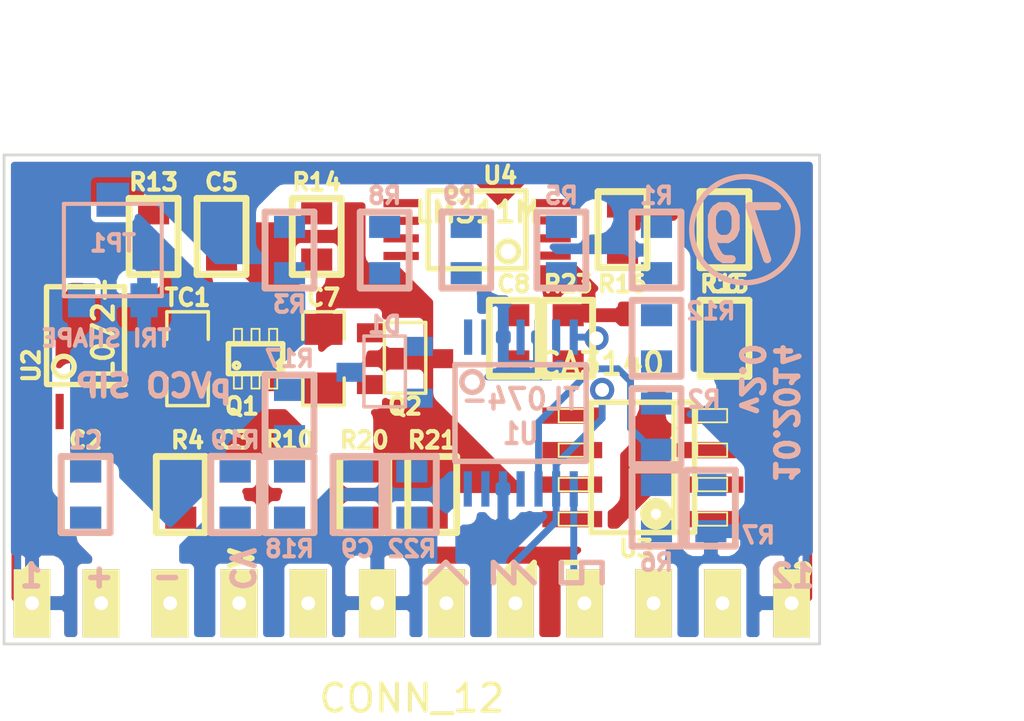
<source format=kicad_pcb>
(kicad_pcb (version 4) (host pcbnew "(2014-09-02 BZR 5112)-product")

  (general
    (links 94)
    (no_connects 86)
    (area 141.449999 76.15 181.571428 102.4782)
    (thickness 0.8)
    (drawings 46)
    (tracks 37)
    (zones 0)
    (modules 40)
    (nets 34)
  )

  (page A3)
  (layers
    (0 F.Cu signal)
    (31 B.Cu signal)
    (32 B.Adhes user)
    (33 F.Adhes user)
    (34 B.Paste user)
    (35 F.Paste user)
    (36 B.SilkS user)
    (37 F.SilkS user)
    (38 B.Mask user)
    (39 F.Mask user)
    (40 Dwgs.User user)
    (41 Cmts.User user)
    (42 Eco1.User user)
    (43 Eco2.User user)
    (44 Edge.Cuts user)
  )

  (setup
    (last_trace_width 0.254)
    (trace_clearance 0.2032)
    (zone_clearance 0.2032)
    (zone_45_only no)
    (trace_min 0.254)
    (segment_width 0.2)
    (edge_width 0.1)
    (via_size 0.889)
    (via_drill 0.508)
    (via_min_size 0.889)
    (via_min_drill 0.508)
    (uvia_size 0.508)
    (uvia_drill 0.127)
    (uvias_allowed no)
    (uvia_min_size 0.508)
    (uvia_min_drill 0.127)
    (pcb_text_width 0.3)
    (pcb_text_size 1.5 1.5)
    (mod_edge_width 0.15)
    (mod_text_size 1 1)
    (mod_text_width 0.15)
    (pad_size 1.35 2.5)
    (pad_drill 0.508)
    (pad_to_mask_clearance 0)
    (aux_axis_origin 0 0)
    (visible_elements 7FFEF77F)
    (pcbplotparams
      (layerselection 0x010f0_80000001)
      (usegerberextensions true)
      (excludeedgelayer true)
      (linewidth 0.150000)
      (plotframeref false)
      (viasonmask false)
      (mode 1)
      (useauxorigin false)
      (hpglpennumber 1)
      (hpglpenspeed 20)
      (hpglpendiameter 15)
      (hpglpenoverlay 2)
      (psnegative false)
      (psa4output false)
      (plotreference true)
      (plotvalue false)
      (plotinvisibletext false)
      (padsonsilk false)
      (subtractmaskfromsilk true)
      (outputformat 1)
      (mirror false)
      (drillshape 0)
      (scaleselection 1)
      (outputdirectory Gerbers/))
  )

  (net 0 "")
  (net 1 +VCC)
  (net 2 -VCC)
  (net 3 /TRI_SHAPE)
  (net 4 0V)
  (net 5 PITCH_CV)
  (net 6 PULSE)
  (net 7 PWM_CV)
  (net 8 RAMP)
  (net 9 SAW)
  (net 10 SYNC)
  (net 11 TRI)
  (net 12 "Net-(C3-Pad1)")
  (net 13 "Net-(C5-Pad1)")
  (net 14 "Net-(C5-Pad2)")
  (net 15 "Net-(C6-Pad2)")
  (net 16 "Net-(C7-Pad1)")
  (net 17 "Net-(C7-Pad2)")
  (net 18 "Net-(C8-Pad1)")
  (net 19 "Net-(C8-Pad2)")
  (net 20 "Net-(C9-Pad1)")
  (net 21 "Net-(D1-Pad3)")
  (net 22 "Net-(Q1-Pad1)")
  (net 23 "Net-(Q1-Pad2)")
  (net 24 "Net-(R1-Pad2)")
  (net 25 "Net-(R2-Pad2)")
  (net 26 "Net-(R12-Pad1)")
  (net 27 "Net-(U3-Pad1)")
  (net 28 "Net-(U3-Pad5)")
  (net 29 "Net-(U3-Pad8)")
  (net 30 "Net-(U4-Pad5)")
  (net 31 "Net-(U4-Pad6)")
  (net 32 "Net-(D1-Pad2)")
  (net 33 SCALE)

  (net_class Default "This is the default net class."
    (clearance 0.2032)
    (trace_width 0.254)
    (via_dia 0.889)
    (via_drill 0.508)
    (uvia_dia 0.508)
    (uvia_drill 0.127)
    (add_net +VCC)
    (add_net -VCC)
    (add_net /TRI_SHAPE)
    (add_net 0V)
    (add_net "Net-(C3-Pad1)")
    (add_net "Net-(C5-Pad1)")
    (add_net "Net-(C5-Pad2)")
    (add_net "Net-(C6-Pad2)")
    (add_net "Net-(C7-Pad1)")
    (add_net "Net-(C7-Pad2)")
    (add_net "Net-(C8-Pad1)")
    (add_net "Net-(C8-Pad2)")
    (add_net "Net-(C9-Pad1)")
    (add_net "Net-(D1-Pad2)")
    (add_net "Net-(D1-Pad3)")
    (add_net "Net-(Q1-Pad1)")
    (add_net "Net-(Q1-Pad2)")
    (add_net "Net-(R1-Pad2)")
    (add_net "Net-(R12-Pad1)")
    (add_net "Net-(R2-Pad2)")
    (add_net "Net-(U3-Pad1)")
    (add_net "Net-(U3-Pad5)")
    (add_net "Net-(U3-Pad8)")
    (add_net "Net-(U4-Pad5)")
    (add_net "Net-(U4-Pad6)")
    (add_net PITCH_CV)
    (add_net PULSE)
    (add_net PWM_CV)
    (add_net RAMP)
    (add_net SAW)
    (add_net SCALE)
    (add_net SYNC)
    (add_net TRI)
  )

  (net_class POWER ""
    (clearance 0.2032)
    (trace_width 0.3048)
    (via_dia 0.889)
    (via_drill 0.508)
    (uvia_dia 0.508)
    (uvia_drill 0.127)
  )

  (module TSSOP8-JRL (layer F.Cu) (tedit 540B915A) (tstamp 540508B8)
    (at 144.5 88.25)
    (path /53FFE3C7)
    (attr smd)
    (fp_text reference U2 (at -2 1 270) (layer F.SilkS)
      (effects (font (size 0.6096 0.6096) (thickness 0.1524)))
    )
    (fp_text value TL072- (at 0.65 -0.1 90) (layer F.SilkS)
      (effects (font (size 0.762 0.762) (thickness 0.16002)))
    )
    (fp_line (start -1.43 -1.9) (end 1.43 -1.9) (layer F.SilkS) (width 0.2))
    (fp_line (start 1.43 -1.9) (end 1.43 1.7) (layer F.SilkS) (width 0.2))
    (fp_line (start 1.43 1.7) (end -1.43 1.7) (layer F.SilkS) (width 0.2))
    (fp_line (start -1.438 1.678) (end -1.438 -1.878) (layer F.SilkS) (width 0.2))
    (fp_circle (center -0.803 1.043) (end -1.184 1.043) (layer F.SilkS) (width 0.2))
    (pad 1 smd rect (at -0.9554 2.694) (size 0.29972 1.30048) (layers F.Cu F.Paste F.Mask)
      (net 12 "Net-(C3-Pad1)"))
    (pad 2 smd rect (at -0.3204 2.694) (size 0.29972 1.30048) (layers F.Cu F.Paste F.Mask)
      (net 5 PITCH_CV))
    (pad 3 smd rect (at 0.34 2.694) (size 0.29972 1.30048) (layers F.Cu F.Paste F.Mask)
      (net 4 0V))
    (pad 4 smd rect (at 0.975 2.694) (size 0.29972 1.30048) (layers F.Cu F.Paste F.Mask)
      (net 2 -VCC))
    (pad 5 smd rect (at 0.975 -2.894) (size 0.29972 1.30048) (layers F.Cu F.Paste F.Mask)
      (net 4 0V))
    (pad 6 smd rect (at 0.3273 -2.894) (size 0.29972 1.30048) (layers F.Cu F.Paste F.Mask)
      (net 13 "Net-(C5-Pad1)"))
    (pad 7 smd rect (at -0.3204 -2.894) (size 0.29972 1.30048) (layers F.Cu F.Paste F.Mask)
      (net 14 "Net-(C5-Pad2)"))
    (pad 8 smd rect (at -0.9681 -2.894) (size 0.29972 1.30048) (layers F.Cu F.Paste F.Mask)
      (net 1 +VCC))
    (model "E:/Documents/KiCad/MyLibs/MyModules/3D models/TSSOP08.wrl"
      (at (xyz 0 0 0))
      (scale (xyz 0.3937 0.3937 0.3937))
      (rotate (xyz 0 0 180))
    )
  )

  (module TSSOP8-JRL (layer F.Cu) (tedit 540B90B7) (tstamp 540508C9)
    (at 159 84.25 90)
    (path /5113E081)
    (attr smd)
    (fp_text reference U4 (at 2 0.75 180) (layer F.SilkS)
      (effects (font (size 0.6096 0.6096) (thickness 0.1524)))
    )
    (fp_text value LM311M (at 0.65 -0.1 180) (layer F.SilkS)
      (effects (font (size 0.762 0.762) (thickness 0.16002)))
    )
    (fp_line (start -1.43 -1.9) (end 1.43 -1.9) (layer F.SilkS) (width 0.2))
    (fp_line (start 1.43 -1.9) (end 1.43 1.7) (layer F.SilkS) (width 0.2))
    (fp_line (start 1.43 1.7) (end -1.43 1.7) (layer F.SilkS) (width 0.2))
    (fp_line (start -1.438 1.678) (end -1.438 -1.878) (layer F.SilkS) (width 0.2))
    (fp_circle (center -0.803 1.043) (end -1.184 1.043) (layer F.SilkS) (width 0.2))
    (pad 1 smd rect (at -0.9554 2.694 90) (size 0.29972 1.30048) (layers F.Cu F.Paste F.Mask)
      (net 2 -VCC))
    (pad 2 smd rect (at -0.3204 2.694 90) (size 0.29972 1.30048) (layers F.Cu F.Paste F.Mask)
      (net 18 "Net-(C8-Pad1)"))
    (pad 3 smd rect (at 0.34 2.694 90) (size 0.29972 1.30048) (layers F.Cu F.Paste F.Mask)
      (net 15 "Net-(C6-Pad2)"))
    (pad 4 smd rect (at 0.975 2.694 90) (size 0.29972 1.30048) (layers F.Cu F.Paste F.Mask)
      (net 2 -VCC))
    (pad 5 smd rect (at 0.975 -2.894 90) (size 0.29972 1.30048) (layers F.Cu F.Paste F.Mask)
      (net 30 "Net-(U4-Pad5)"))
    (pad 6 smd rect (at 0.3273 -2.894 90) (size 0.29972 1.30048) (layers F.Cu F.Paste F.Mask)
      (net 31 "Net-(U4-Pad6)"))
    (pad 7 smd rect (at -0.3204 -2.894 90) (size 0.29972 1.30048) (layers F.Cu F.Paste F.Mask)
      (net 19 "Net-(C8-Pad2)"))
    (pad 8 smd rect (at -0.9681 -2.894 90) (size 0.29972 1.30048) (layers F.Cu F.Paste F.Mask)
      (net 1 +VCC))
    (model "E:/Documents/KiCad/MyLibs/MyModules/3D models/TSSOP08.wrl"
      (at (xyz 0 0 0))
      (scale (xyz 0.3937 0.3937 0.3937))
      (rotate (xyz 0 0 180))
    )
  )

  (module SOT363-JRL (layer F.Cu) (tedit 541058F4) (tstamp 54050907)
    (at 150.75 89)
    (descr "SMALL OUTLINE TRANSISTOR; 6 LEADS")
    (tags "SMALL OUTLINE TRANSISTOR; 6 LEADS")
    (path /5113E67D)
    (attr smd)
    (fp_text reference Q1 (at -0.5 1.75) (layer F.SilkS)
      (effects (font (size 0.6096 0.6096) (thickness 0.1524)))
    )
    (fp_text value BCM847 (at 1.016 2.286) (layer F.SilkS) hide
      (effects (font (size 0.8128 0.8128) (thickness 0.1524)))
    )
    (fp_line (start -0.79756 1.09982) (end -0.49784 1.09982) (layer F.SilkS) (width 0.06604))
    (fp_line (start -0.49784 1.09982) (end -0.49784 0.59944) (layer F.SilkS) (width 0.06604))
    (fp_line (start -0.79756 0.59944) (end -0.49784 0.59944) (layer F.SilkS) (width 0.06604))
    (fp_line (start -0.79756 1.09982) (end -0.79756 0.59944) (layer F.SilkS) (width 0.06604))
    (fp_line (start -0.14986 1.09982) (end 0.14986 1.09982) (layer F.SilkS) (width 0.06604))
    (fp_line (start 0.14986 1.09982) (end 0.14986 0.59944) (layer F.SilkS) (width 0.06604))
    (fp_line (start -0.14986 0.59944) (end 0.14986 0.59944) (layer F.SilkS) (width 0.06604))
    (fp_line (start -0.14986 1.09982) (end -0.14986 0.59944) (layer F.SilkS) (width 0.06604))
    (fp_line (start 0.49784 1.09982) (end 0.79756 1.09982) (layer F.SilkS) (width 0.06604))
    (fp_line (start 0.79756 1.09982) (end 0.79756 0.59944) (layer F.SilkS) (width 0.06604))
    (fp_line (start 0.49784 0.59944) (end 0.79756 0.59944) (layer F.SilkS) (width 0.06604))
    (fp_line (start 0.49784 1.09982) (end 0.49784 0.59944) (layer F.SilkS) (width 0.06604))
    (fp_line (start 0.49784 -0.59944) (end 0.79756 -0.59944) (layer F.SilkS) (width 0.06604))
    (fp_line (start 0.79756 -0.59944) (end 0.79756 -1.09982) (layer F.SilkS) (width 0.06604))
    (fp_line (start 0.49784 -1.09982) (end 0.79756 -1.09982) (layer F.SilkS) (width 0.06604))
    (fp_line (start 0.49784 -0.59944) (end 0.49784 -1.09982) (layer F.SilkS) (width 0.06604))
    (fp_line (start -0.14986 -0.59944) (end 0.14986 -0.59944) (layer F.SilkS) (width 0.06604))
    (fp_line (start 0.14986 -0.59944) (end 0.14986 -1.09982) (layer F.SilkS) (width 0.06604))
    (fp_line (start -0.14986 -1.09982) (end 0.14986 -1.09982) (layer F.SilkS) (width 0.06604))
    (fp_line (start -0.14986 -0.59944) (end -0.14986 -1.09982) (layer F.SilkS) (width 0.06604))
    (fp_line (start -0.79756 -0.59944) (end -0.49784 -0.59944) (layer F.SilkS) (width 0.06604))
    (fp_line (start -0.49784 -0.59944) (end -0.49784 -1.09982) (layer F.SilkS) (width 0.06604))
    (fp_line (start -0.79756 -1.09982) (end -0.49784 -1.09982) (layer F.SilkS) (width 0.06604))
    (fp_line (start -0.79756 -0.59944) (end -0.79756 -1.09982) (layer F.SilkS) (width 0.06604))
    (fp_line (start -0.99822 -0.54864) (end 0.99822 -0.54864) (layer F.SilkS) (width 0.2032))
    (fp_line (start 0.99822 -0.54864) (end 0.99822 0.54864) (layer F.SilkS) (width 0.2032))
    (fp_line (start 0.99822 0.54864) (end -0.99822 0.54864) (layer F.SilkS) (width 0.2032))
    (fp_line (start -0.99822 0.54864) (end -0.99822 -0.54864) (layer F.SilkS) (width 0.2032))
    (fp_circle (center -0.6985 0.24892) (end -0.77216 0.32258) (layer F.SilkS) (width 0.1524))
    (pad 1 smd rect (at -0.6477 0.79756) (size 0.39878 0.79756) (layers F.Cu F.Paste F.Mask)
      (net 22 "Net-(Q1-Pad1)"))
    (pad 2 smd rect (at 0 0.79756) (size 0.39878 0.79756) (layers F.Cu F.Paste F.Mask)
      (net 23 "Net-(Q1-Pad2)"))
    (pad 3 smd rect (at 0.6477 0.79756) (size 0.39878 0.79756) (layers F.Cu F.Paste F.Mask)
      (net 16 "Net-(C7-Pad1)"))
    (pad 4 smd rect (at 0.6477 -0.79756) (size 0.39878 0.79756) (layers F.Cu F.Paste F.Mask)
      (net 22 "Net-(Q1-Pad1)"))
    (pad 5 smd rect (at 0 -0.79756) (size 0.39878 0.79756) (layers F.Cu F.Paste F.Mask)
      (net 4 0V))
    (pad 6 smd rect (at -0.6477 -0.79756) (size 0.39878 0.79756) (layers F.Cu F.Paste F.Mask)
      (net 13 "Net-(C5-Pad1)"))
    (model "E:/Documents/ViaCAD/KiCad 3D modules/SOT363.wrl"
      (at (xyz 0 0 0))
      (scale (xyz 0.3937 0.3937 0.3937))
      (rotate (xyz 0 0 90))
    )
  )

  (module SOT23-JRL (layer F.Cu) (tedit 540B8E70) (tstamp 54050912)
    (at 156.25 89 270)
    (tags SOT23)
    (path /5113E160)
    (fp_text reference Q2 (at 1.75 0 360) (layer F.SilkS)
      (effects (font (size 0.6096 0.6096) (thickness 0.1524)))
    )
    (fp_text value MMBF4391LT1G (at 0.0635 0 270) (layer F.SilkS) hide
      (effects (font (size 0.8128 0.8128) (thickness 0.1524)))
    )
    (fp_line (start 1.27 0.762) (end -1.3335 0.762) (layer F.SilkS) (width 0.127))
    (fp_line (start -1.3335 0.762) (end -1.3335 -0.762) (layer F.SilkS) (width 0.127))
    (fp_line (start -1.3335 -0.762) (end 1.27 -0.762) (layer F.SilkS) (width 0.127))
    (fp_line (start 1.27 -0.762) (end 1.27 0.762) (layer F.SilkS) (width 0.127))
    (pad 3 smd rect (at 0 -1.27 270) (size 0.70104 1.00076) (layers F.Cu F.Paste F.Mask)
      (net 19 "Net-(C8-Pad2)"))
    (pad 1 smd rect (at 0.9525 1.27 270) (size 0.70104 1.00076) (layers F.Cu F.Paste F.Mask)
      (net 17 "Net-(C7-Pad2)"))
    (pad 2 smd rect (at -0.9525 1.27 270) (size 0.70104 1.00076) (layers F.Cu F.Paste F.Mask)
      (net 16 "Net-(C7-Pad1)"))
    (model smd/smd_transistors/sot23.wrl
      (at (xyz 0 0 0))
      (scale (xyz 1 1 1))
      (rotate (xyz 0 0 0))
    )
  )

  (module SOT23-JRL (layer B.Cu) (tedit 540B91AE) (tstamp 5405091D)
    (at 155.5 89.5 270)
    (tags SOT23)
    (path /5114032F)
    (fp_text reference D1 (at -1.75 0 360) (layer B.SilkS)
      (effects (font (size 0.6096 0.6096) (thickness 0.1524)) (justify mirror))
    )
    (fp_text value BAV70 (at 0.0635 0 270) (layer B.SilkS) hide
      (effects (font (size 0.8128 0.8128) (thickness 0.1524)) (justify mirror))
    )
    (fp_line (start 1.27 -0.762) (end -1.3335 -0.762) (layer B.SilkS) (width 0.127))
    (fp_line (start -1.3335 -0.762) (end -1.3335 0.762) (layer B.SilkS) (width 0.127))
    (fp_line (start -1.3335 0.762) (end 1.27 0.762) (layer B.SilkS) (width 0.127))
    (fp_line (start 1.27 0.762) (end 1.27 -0.762) (layer B.SilkS) (width 0.127))
    (pad 3 smd rect (at 0 1.27 270) (size 0.70104 1.00076) (layers B.Cu B.Paste B.Mask)
      (net 21 "Net-(D1-Pad3)"))
    (pad 1 smd rect (at 0.9525 -1.27 270) (size 0.70104 1.00076) (layers B.Cu B.Paste B.Mask)
      (net 9 SAW))
    (pad 2 smd rect (at -0.9525 -1.27 270) (size 0.70104 1.00076) (layers B.Cu B.Paste B.Mask)
      (net 32 "Net-(D1-Pad2)"))
    (model smd/smd_transistors/sot23.wrl
      (at (xyz 0 0 0))
      (scale (xyz 1 1 1))
      (rotate (xyz 0 0 0))
    )
  )

  (module SOIC-8-JRL (layer F.Cu) (tedit 540C80B4) (tstamp 54050951)
    (at 165 93 90)
    (descr "SMALL OUTLINE INTEGRATED CIRCUIT")
    (tags "SMALL OUTLINE INTEGRATED CIRCUIT")
    (path /5113E19B)
    (attr smd)
    (fp_text reference U3 (at -3 -0.25 180) (layer F.SilkS)
      (effects (font (size 0.6096 0.6096) (thickness 0.1524)))
    )
    (fp_text value CA3140 (at 3.81 -1.524 180) (layer F.SilkS)
      (effects (font (size 0.8128 0.8128) (thickness 0.1524)))
    )
    (fp_circle (center -1.708 0.481) (end -1.581 0.608) (layer F.SilkS) (width 0.4064))
    (fp_line (start -2.14884 3.0988) (end -1.65862 3.0988) (layer F.SilkS) (width 0.06604))
    (fp_line (start -1.65862 3.0988) (end -1.65862 1.99898) (layer F.SilkS) (width 0.06604))
    (fp_line (start -2.14884 1.99898) (end -1.65862 1.99898) (layer F.SilkS) (width 0.06604))
    (fp_line (start -2.14884 3.0988) (end -2.14884 1.99898) (layer F.SilkS) (width 0.06604))
    (fp_line (start -0.87884 3.0988) (end -0.38862 3.0988) (layer F.SilkS) (width 0.06604))
    (fp_line (start -0.38862 3.0988) (end -0.38862 1.99898) (layer F.SilkS) (width 0.06604))
    (fp_line (start -0.87884 1.99898) (end -0.38862 1.99898) (layer F.SilkS) (width 0.06604))
    (fp_line (start -0.87884 3.0988) (end -0.87884 1.99898) (layer F.SilkS) (width 0.06604))
    (fp_line (start 0.38862 3.0988) (end 0.87884 3.0988) (layer F.SilkS) (width 0.06604))
    (fp_line (start 0.87884 3.0988) (end 0.87884 1.99898) (layer F.SilkS) (width 0.06604))
    (fp_line (start 0.38862 1.99898) (end 0.87884 1.99898) (layer F.SilkS) (width 0.06604))
    (fp_line (start 0.38862 3.0988) (end 0.38862 1.99898) (layer F.SilkS) (width 0.06604))
    (fp_line (start 1.65862 3.0988) (end 2.14884 3.0988) (layer F.SilkS) (width 0.06604))
    (fp_line (start 2.14884 3.0988) (end 2.14884 1.99898) (layer F.SilkS) (width 0.06604))
    (fp_line (start 1.65862 1.99898) (end 2.14884 1.99898) (layer F.SilkS) (width 0.06604))
    (fp_line (start 1.65862 3.0988) (end 1.65862 1.99898) (layer F.SilkS) (width 0.06604))
    (fp_line (start 1.65862 -1.99898) (end 2.14884 -1.99898) (layer F.SilkS) (width 0.06604))
    (fp_line (start 2.14884 -1.99898) (end 2.14884 -3.0988) (layer F.SilkS) (width 0.06604))
    (fp_line (start 1.65862 -3.0988) (end 2.14884 -3.0988) (layer F.SilkS) (width 0.06604))
    (fp_line (start 1.65862 -1.99898) (end 1.65862 -3.0988) (layer F.SilkS) (width 0.06604))
    (fp_line (start 0.38862 -1.99898) (end 0.87884 -1.99898) (layer F.SilkS) (width 0.06604))
    (fp_line (start 0.87884 -1.99898) (end 0.87884 -3.0988) (layer F.SilkS) (width 0.06604))
    (fp_line (start 0.38862 -3.0988) (end 0.87884 -3.0988) (layer F.SilkS) (width 0.06604))
    (fp_line (start 0.38862 -1.99898) (end 0.38862 -3.0988) (layer F.SilkS) (width 0.06604))
    (fp_line (start -0.87884 -1.99898) (end -0.38862 -1.99898) (layer F.SilkS) (width 0.06604))
    (fp_line (start -0.38862 -1.99898) (end -0.38862 -3.0988) (layer F.SilkS) (width 0.06604))
    (fp_line (start -0.87884 -3.0988) (end -0.38862 -3.0988) (layer F.SilkS) (width 0.06604))
    (fp_line (start -0.87884 -1.99898) (end -0.87884 -3.0988) (layer F.SilkS) (width 0.06604))
    (fp_line (start -2.14884 -1.99898) (end -1.65862 -1.99898) (layer F.SilkS) (width 0.06604))
    (fp_line (start -1.65862 -1.99898) (end -1.65862 -3.0988) (layer F.SilkS) (width 0.06604))
    (fp_line (start -2.14884 -3.0988) (end -1.65862 -3.0988) (layer F.SilkS) (width 0.06604))
    (fp_line (start -2.14884 -1.99898) (end -2.14884 -3.0988) (layer F.SilkS) (width 0.06604))
    (fp_line (start 2.39776 -1.89992) (end 2.39776 1.39954) (layer F.SilkS) (width 0.2032))
    (fp_line (start 2.39776 1.39954) (end 2.39776 1.89992) (layer F.SilkS) (width 0.2032))
    (fp_line (start 2.39776 1.89992) (end -2.39776 1.89992) (layer F.SilkS) (width 0.2032))
    (fp_line (start -2.39776 1.89992) (end -2.39776 1.39954) (layer F.SilkS) (width 0.2032))
    (fp_line (start -2.39776 1.39954) (end -2.39776 -1.89992) (layer F.SilkS) (width 0.2032))
    (fp_line (start -2.39776 -1.89992) (end 2.39776 -1.89992) (layer F.SilkS) (width 0.2032))
    (fp_line (start 2.39776 1.14554) (end -2.39776 1.14554) (layer F.SilkS) (width 0.2032))
    (pad 1 smd rect (at -1.905 2.59842 90) (size 0.59944 2.19964) (layers F.Cu F.Paste F.Mask)
      (net 27 "Net-(U3-Pad1)"))
    (pad 2 smd rect (at -0.635 2.59842 90) (size 0.59944 2.19964) (layers F.Cu F.Paste F.Mask)
      (net 16 "Net-(C7-Pad1)"))
    (pad 3 smd rect (at 0.635 2.59842 90) (size 0.59944 2.19964) (layers F.Cu F.Paste F.Mask)
      (net 4 0V))
    (pad 4 smd rect (at 1.905 2.59842 90) (size 0.59944 2.19964) (layers F.Cu F.Paste F.Mask)
      (net 2 -VCC))
    (pad 5 smd rect (at 1.905 -2.59842 90) (size 0.59944 2.19964) (layers F.Cu F.Paste F.Mask)
      (net 28 "Net-(U3-Pad5)"))
    (pad 6 smd rect (at 0.635 -2.59842 90) (size 0.59944 2.19964) (layers F.Cu F.Paste F.Mask)
      (net 8 RAMP))
    (pad 7 smd rect (at -0.635 -2.59842 90) (size 0.59944 2.19964) (layers F.Cu F.Paste F.Mask)
      (net 1 +VCC))
    (pad 8 smd rect (at -1.905 -2.59842 90) (size 0.59944 2.19964) (layers F.Cu F.Paste F.Mask)
      (net 29 "Net-(U3-Pad8)"))
    (model smd/smd_dil/so-8.wrl
      (at (xyz 0 0 0))
      (scale (xyz 1 1 1))
      (rotate (xyz 0 0 0))
    )
  )

  (module SM0805-HAND (layer F.Cu) (tedit 540B8E60) (tstamp 54050979)
    (at 153.25 89 270)
    (path /5113F26E)
    (attr smd)
    (fp_text reference C7 (at -2.25 0 360) (layer F.SilkS)
      (effects (font (size 0.6096 0.6096) (thickness 0.1524)))
    )
    (fp_text value "2.2n 1%" (at 0 0 270) (layer F.SilkS) hide
      (effects (font (size 0.635 0.635) (thickness 0.127)))
    )
    (fp_line (start -0.7112 0.762) (end -1.7272 0.762) (layer F.SilkS) (width 0.127))
    (fp_line (start -1.7272 0.762) (end -1.7272 -0.762) (layer F.SilkS) (width 0.127))
    (fp_line (start -1.7272 -0.762) (end -0.7112 -0.762) (layer F.SilkS) (width 0.127))
    (fp_line (start 0.7112 -0.762) (end 1.7272 -0.762) (layer F.SilkS) (width 0.127))
    (fp_line (start 1.7272 -0.762) (end 1.7272 0.762) (layer F.SilkS) (width 0.127))
    (fp_line (start 1.7272 0.762) (end 0.7112 0.762) (layer F.SilkS) (width 0.127))
    (pad 1 smd rect (at -1.0795 0 270) (size 1.143 1.397) (layers F.Cu F.Paste F.Mask)
      (net 16 "Net-(C7-Pad1)"))
    (pad 2 smd rect (at 1.0795 0 270) (size 1.143 1.397) (layers F.Cu F.Paste F.Mask)
      (net 17 "Net-(C7-Pad2)"))
    (model smd/chip_cms.wrl
      (at (xyz 0 0 0))
      (scale (xyz 0.1 0.1 0.1))
      (rotate (xyz 0 0 0))
    )
  )

  (module SM0805-HAND (layer F.Cu) (tedit 540B8E56) (tstamp 5405D719)
    (at 148.25 89 270)
    (path /5113EC84)
    (attr smd)
    (fp_text reference TC1 (at -2.25 0 360) (layer F.SilkS)
      (effects (font (size 0.6096 0.6096) (thickness 0.1524)))
    )
    (fp_text value "1K 3300ppm/K" (at 0 0 270) (layer F.SilkS) hide
      (effects (font (size 0.635 0.635) (thickness 0.127)))
    )
    (fp_line (start -0.7112 0.762) (end -1.7272 0.762) (layer F.SilkS) (width 0.127))
    (fp_line (start -1.7272 0.762) (end -1.7272 -0.762) (layer F.SilkS) (width 0.127))
    (fp_line (start -1.7272 -0.762) (end -0.7112 -0.762) (layer F.SilkS) (width 0.127))
    (fp_line (start 0.7112 -0.762) (end 1.7272 -0.762) (layer F.SilkS) (width 0.127))
    (fp_line (start 1.7272 -0.762) (end 1.7272 0.762) (layer F.SilkS) (width 0.127))
    (fp_line (start 1.7272 0.762) (end 0.7112 0.762) (layer F.SilkS) (width 0.127))
    (pad 1 smd rect (at -1.0795 0 270) (size 1.143 1.397) (layers F.Cu F.Paste F.Mask)
      (net 4 0V))
    (pad 2 smd rect (at 1.0795 0 270) (size 1.143 1.397) (layers F.Cu F.Paste F.Mask)
      (net 23 "Net-(Q1-Pad2)"))
    (model smd/chip_cms.wrl
      (at (xyz 0 0 0))
      (scale (xyz 0.1 0.1 0.1))
      (rotate (xyz 0 0 0))
    )
  )

  (module SM0603-JRL (layer F.Cu) (tedit 540B90EC) (tstamp 5405098F)
    (at 148 94 90)
    (path /5113EBF1)
    (attr smd)
    (fp_text reference R4 (at 2 0.25 180) (layer F.SilkS)
      (effects (font (size 0.6096 0.6096) (thickness 0.1524)))
    )
    (fp_text value 91K (at 0 0 90) (layer F.SilkS) hide
      (effects (font (size 0.508 0.4572) (thickness 0.1143)))
    )
    (fp_line (start -1.4 0.9) (end 1.4 0.9) (layer F.SilkS) (width 0.254))
    (fp_line (start 1.4 0.9) (end 1.4 -0.9) (layer F.SilkS) (width 0.254))
    (fp_line (start 1.4 -0.9) (end -1.4 -0.9) (layer F.SilkS) (width 0.254))
    (fp_line (start -1.4 -0.9) (end -1.4 0.9) (layer F.SilkS) (width 0.254))
    (pad 1 smd rect (at -0.8509 0 90) (size 0.8128 1.143) (layers F.Cu F.Paste F.Mask)
      (net 33 SCALE))
    (pad 2 smd rect (at 0.8509 0 90) (size 0.8128 1.143) (layers F.Cu F.Paste F.Mask)
      (net 12 "Net-(C3-Pad1)"))
    (model smd\resistors\R0603.wrl
      (at (xyz 0 0 0.001))
      (scale (xyz 0.5 0.5 0.5))
      (rotate (xyz 0 0 0))
    )
  )

  (module SM0603-JRL (layer B.Cu) (tedit 540B919C) (tstamp 54050999)
    (at 152 94 270)
    (path /51140351)
    (attr smd)
    (fp_text reference R18 (at 2 0 360) (layer B.SilkS)
      (effects (font (size 0.6096 0.6096) (thickness 0.1524)) (justify mirror))
    )
    (fp_text value 15K (at 0 0 270) (layer B.SilkS) hide
      (effects (font (size 0.508 0.4572) (thickness 0.1143)) (justify mirror))
    )
    (fp_line (start -1.4 -0.9) (end 1.4 -0.9) (layer B.SilkS) (width 0.254))
    (fp_line (start 1.4 -0.9) (end 1.4 0.9) (layer B.SilkS) (width 0.254))
    (fp_line (start 1.4 0.9) (end -1.4 0.9) (layer B.SilkS) (width 0.254))
    (fp_line (start -1.4 0.9) (end -1.4 -0.9) (layer B.SilkS) (width 0.254))
    (pad 1 smd rect (at -0.8509 0 270) (size 0.8128 1.143) (layers B.Cu B.Paste B.Mask)
      (net 21 "Net-(D1-Pad3)"))
    (pad 2 smd rect (at 0.8509 0 270) (size 0.8128 1.143) (layers B.Cu B.Paste B.Mask)
      (net 20 "Net-(C9-Pad1)"))
    (model smd\resistors\R0603.wrl
      (at (xyz 0 0 0.001))
      (scale (xyz 0.5 0.5 0.5))
      (rotate (xyz 0 0 0))
    )
  )

  (module SM0603-JRL (layer F.Cu) (tedit 540B8E25) (tstamp 540509A3)
    (at 149.5 84.5 90)
    (path /5113EFA7)
    (attr smd)
    (fp_text reference C5 (at 2 0 180) (layer F.SilkS)
      (effects (font (size 0.6096 0.6096) (thickness 0.1524)))
    )
    (fp_text value 100p (at 0 0 90) (layer F.SilkS) hide
      (effects (font (size 0.508 0.4572) (thickness 0.1143)))
    )
    (fp_line (start -1.4 0.9) (end 1.4 0.9) (layer F.SilkS) (width 0.254))
    (fp_line (start 1.4 0.9) (end 1.4 -0.9) (layer F.SilkS) (width 0.254))
    (fp_line (start 1.4 -0.9) (end -1.4 -0.9) (layer F.SilkS) (width 0.254))
    (fp_line (start -1.4 -0.9) (end -1.4 0.9) (layer F.SilkS) (width 0.254))
    (pad 1 smd rect (at -0.8509 0 90) (size 0.8128 1.143) (layers F.Cu F.Paste F.Mask)
      (net 13 "Net-(C5-Pad1)"))
    (pad 2 smd rect (at 0.8509 0 90) (size 0.8128 1.143) (layers F.Cu F.Paste F.Mask)
      (net 14 "Net-(C5-Pad2)"))
    (model smd\resistors\R0603.wrl
      (at (xyz 0 0 0.001))
      (scale (xyz 0.5 0.5 0.5))
      (rotate (xyz 0 0 0))
    )
  )

  (module SM0603-JRL (layer F.Cu) (tedit 540B8E2C) (tstamp 540509AD)
    (at 153 84.5 270)
    (path /5113EF8B)
    (attr smd)
    (fp_text reference R14 (at -2 0 360) (layer F.SilkS)
      (effects (font (size 0.6096 0.6096) (thickness 0.1524)))
    )
    (fp_text value 10K (at 0 0 270) (layer F.SilkS) hide
      (effects (font (size 0.508 0.4572) (thickness 0.1143)))
    )
    (fp_line (start -1.4 0.9) (end 1.4 0.9) (layer F.SilkS) (width 0.254))
    (fp_line (start 1.4 0.9) (end 1.4 -0.9) (layer F.SilkS) (width 0.254))
    (fp_line (start 1.4 -0.9) (end -1.4 -0.9) (layer F.SilkS) (width 0.254))
    (fp_line (start -1.4 -0.9) (end -1.4 0.9) (layer F.SilkS) (width 0.254))
    (pad 1 smd rect (at -0.8509 0 270) (size 0.8128 1.143) (layers F.Cu F.Paste F.Mask)
      (net 14 "Net-(C5-Pad2)"))
    (pad 2 smd rect (at 0.8509 0 270) (size 0.8128 1.143) (layers F.Cu F.Paste F.Mask)
      (net 22 "Net-(Q1-Pad1)"))
    (model smd\resistors\R0603.wrl
      (at (xyz 0 0 0.001))
      (scale (xyz 0.5 0.5 0.5))
      (rotate (xyz 0 0 0))
    )
  )

  (module SM0603-JRL (layer F.Cu) (tedit 540B8E20) (tstamp 540509B7)
    (at 147 84.5 90)
    (path /5113EEC1)
    (attr smd)
    (fp_text reference R13 (at 2 0 180) (layer F.SilkS)
      (effects (font (size 0.6096 0.6096) (thickness 0.1524)))
    )
    (fp_text value 1.5M (at 0 0 90) (layer F.SilkS) hide
      (effects (font (size 0.508 0.4572) (thickness 0.1143)))
    )
    (fp_line (start -1.4 0.9) (end 1.4 0.9) (layer F.SilkS) (width 0.254))
    (fp_line (start 1.4 0.9) (end 1.4 -0.9) (layer F.SilkS) (width 0.254))
    (fp_line (start 1.4 -0.9) (end -1.4 -0.9) (layer F.SilkS) (width 0.254))
    (fp_line (start -1.4 -0.9) (end -1.4 0.9) (layer F.SilkS) (width 0.254))
    (pad 1 smd rect (at -0.8509 0 90) (size 0.8128 1.143) (layers F.Cu F.Paste F.Mask)
      (net 13 "Net-(C5-Pad1)"))
    (pad 2 smd rect (at 0.8509 0 90) (size 0.8128 1.143) (layers F.Cu F.Paste F.Mask)
      (net 1 +VCC))
    (model smd\resistors\R0603.wrl
      (at (xyz 0 0 0.001))
      (scale (xyz 0.5 0.5 0.5))
      (rotate (xyz 0 0 0))
    )
  )

  (module SM0603-JRL (layer F.Cu) (tedit 540B90F4) (tstamp 5405D724)
    (at 152 94 270)
    (path /5113EC77)
    (attr smd)
    (fp_text reference R10 (at -2 0 360) (layer F.SilkS)
      (effects (font (size 0.6096 0.6096) (thickness 0.1524)))
    )
    (fp_text value 56K (at 0 0 270) (layer F.SilkS) hide
      (effects (font (size 0.508 0.4572) (thickness 0.1143)))
    )
    (fp_line (start -1.4 0.9) (end 1.4 0.9) (layer F.SilkS) (width 0.254))
    (fp_line (start 1.4 0.9) (end 1.4 -0.9) (layer F.SilkS) (width 0.254))
    (fp_line (start 1.4 -0.9) (end -1.4 -0.9) (layer F.SilkS) (width 0.254))
    (fp_line (start -1.4 -0.9) (end -1.4 0.9) (layer F.SilkS) (width 0.254))
    (pad 1 smd rect (at -0.8509 0 270) (size 0.8128 1.143) (layers F.Cu F.Paste F.Mask)
      (net 12 "Net-(C3-Pad1)"))
    (pad 2 smd rect (at 0.8509 0 270) (size 0.8128 1.143) (layers F.Cu F.Paste F.Mask)
      (net 23 "Net-(Q1-Pad2)"))
    (model smd\resistors\R0603.wrl
      (at (xyz 0 0 0.001))
      (scale (xyz 0.5 0.5 0.5))
      (rotate (xyz 0 0 0))
    )
  )

  (module SM0603-JRL (layer F.Cu) (tedit 540B90F1) (tstamp 540509CB)
    (at 150 94 270)
    (path /5113EC21)
    (attr smd)
    (fp_text reference C3 (at -2 0 360) (layer F.SilkS)
      (effects (font (size 0.6096 0.6096) (thickness 0.1524)))
    )
    (fp_text value 100p (at 0 0 270) (layer F.SilkS) hide
      (effects (font (size 0.508 0.4572) (thickness 0.1143)))
    )
    (fp_line (start -1.4 0.9) (end 1.4 0.9) (layer F.SilkS) (width 0.254))
    (fp_line (start 1.4 0.9) (end 1.4 -0.9) (layer F.SilkS) (width 0.254))
    (fp_line (start 1.4 -0.9) (end -1.4 -0.9) (layer F.SilkS) (width 0.254))
    (fp_line (start -1.4 -0.9) (end -1.4 0.9) (layer F.SilkS) (width 0.254))
    (pad 1 smd rect (at -0.8509 0 270) (size 0.8128 1.143) (layers F.Cu F.Paste F.Mask)
      (net 12 "Net-(C3-Pad1)"))
    (pad 2 smd rect (at 0.8509 0 270) (size 0.8128 1.143) (layers F.Cu F.Paste F.Mask)
      (net 5 PITCH_CV))
    (model smd\resistors\R0603.wrl
      (at (xyz 0 0 0.001))
      (scale (xyz 0.5 0.5 0.5))
      (rotate (xyz 0 0 0))
    )
  )

  (module SM0603-JRL (layer F.Cu) (tedit 540B9100) (tstamp 540509D5)
    (at 154.75 94 270)
    (path /5113F30F)
    (attr smd)
    (fp_text reference R20 (at -2 0 360) (layer F.SilkS)
      (effects (font (size 0.6096 0.6096) (thickness 0.1524)))
    )
    (fp_text value 680 (at 0 0 270) (layer F.SilkS) hide
      (effects (font (size 0.508 0.4572) (thickness 0.1143)))
    )
    (fp_line (start -1.4 0.9) (end 1.4 0.9) (layer F.SilkS) (width 0.254))
    (fp_line (start 1.4 0.9) (end 1.4 -0.9) (layer F.SilkS) (width 0.254))
    (fp_line (start 1.4 -0.9) (end -1.4 -0.9) (layer F.SilkS) (width 0.254))
    (fp_line (start -1.4 -0.9) (end -1.4 0.9) (layer F.SilkS) (width 0.254))
    (pad 1 smd rect (at -0.8509 0 270) (size 0.8128 1.143) (layers F.Cu F.Paste F.Mask)
      (net 17 "Net-(C7-Pad2)"))
    (pad 2 smd rect (at 0.8509 0 270) (size 0.8128 1.143) (layers F.Cu F.Paste F.Mask)
      (net 8 RAMP))
    (model smd\resistors\R0603.wrl
      (at (xyz 0 0 0.001))
      (scale (xyz 0.5 0.5 0.5))
      (rotate (xyz 0 0 0))
    )
  )

  (module SM0603-JRL (layer B.Cu) (tedit 540B9197) (tstamp 540509DF)
    (at 150 94 270)
    (path /5114035A)
    (attr smd)
    (fp_text reference R19 (at -2 0 360) (layer B.SilkS)
      (effects (font (size 0.6096 0.6096) (thickness 0.1524)) (justify mirror))
    )
    (fp_text value 56K (at 0 0 270) (layer B.SilkS) hide
      (effects (font (size 0.508 0.4572) (thickness 0.1143)) (justify mirror))
    )
    (fp_line (start -1.4 -0.9) (end 1.4 -0.9) (layer B.SilkS) (width 0.254))
    (fp_line (start 1.4 -0.9) (end 1.4 0.9) (layer B.SilkS) (width 0.254))
    (fp_line (start 1.4 0.9) (end -1.4 0.9) (layer B.SilkS) (width 0.254))
    (fp_line (start -1.4 0.9) (end -1.4 -0.9) (layer B.SilkS) (width 0.254))
    (pad 1 smd rect (at -0.8509 0 270) (size 0.8128 1.143) (layers B.Cu B.Paste B.Mask)
      (net 2 -VCC))
    (pad 2 smd rect (at 0.8509 0 270) (size 0.8128 1.143) (layers B.Cu B.Paste B.Mask)
      (net 20 "Net-(C9-Pad1)"))
    (model smd\resistors\R0603.wrl
      (at (xyz 0 0 0.001))
      (scale (xyz 0.5 0.5 0.5))
      (rotate (xyz 0 0 0))
    )
  )

  (module SM0603-JRL (layer B.Cu) (tedit 540B91A3) (tstamp 540509E9)
    (at 156.5 94 270)
    (path /51140397)
    (attr smd)
    (fp_text reference R22 (at 2 0 360) (layer B.SilkS)
      (effects (font (size 0.6096 0.6096) (thickness 0.1524)) (justify mirror))
    )
    (fp_text value 33K (at 0 0 270) (layer B.SilkS) hide
      (effects (font (size 0.508 0.4572) (thickness 0.1143)) (justify mirror))
    )
    (fp_line (start -1.4 -0.9) (end 1.4 -0.9) (layer B.SilkS) (width 0.254))
    (fp_line (start 1.4 -0.9) (end 1.4 0.9) (layer B.SilkS) (width 0.254))
    (fp_line (start 1.4 0.9) (end -1.4 0.9) (layer B.SilkS) (width 0.254))
    (fp_line (start -1.4 0.9) (end -1.4 -0.9) (layer B.SilkS) (width 0.254))
    (pad 1 smd rect (at -0.8509 0 270) (size 0.8128 1.143) (layers B.Cu B.Paste B.Mask)
      (net 20 "Net-(C9-Pad1)"))
    (pad 2 smd rect (at 0.8509 0 270) (size 0.8128 1.143) (layers B.Cu B.Paste B.Mask)
      (net 11 TRI))
    (model smd\resistors\R0603.wrl
      (at (xyz 0 0 0.001))
      (scale (xyz 0.5 0.5 0.5))
      (rotate (xyz 0 0 0))
    )
  )

  (module SM0603-JRL (layer B.Cu) (tedit 540B919E) (tstamp 540509F3)
    (at 154.5 94 270)
    (path /5114039E)
    (attr smd)
    (fp_text reference C9 (at 2 0 360) (layer B.SilkS)
      (effects (font (size 0.6096 0.6096) (thickness 0.1524)) (justify mirror))
    )
    (fp_text value 100p (at 0 0 270) (layer B.SilkS) hide
      (effects (font (size 0.508 0.4572) (thickness 0.1143)) (justify mirror))
    )
    (fp_line (start -1.4 -0.9) (end 1.4 -0.9) (layer B.SilkS) (width 0.254))
    (fp_line (start 1.4 -0.9) (end 1.4 0.9) (layer B.SilkS) (width 0.254))
    (fp_line (start 1.4 0.9) (end -1.4 0.9) (layer B.SilkS) (width 0.254))
    (fp_line (start -1.4 0.9) (end -1.4 -0.9) (layer B.SilkS) (width 0.254))
    (pad 1 smd rect (at -0.8509 0 270) (size 0.8128 1.143) (layers B.Cu B.Paste B.Mask)
      (net 20 "Net-(C9-Pad1)"))
    (pad 2 smd rect (at 0.8509 0 270) (size 0.8128 1.143) (layers B.Cu B.Paste B.Mask)
      (net 11 TRI))
    (model smd\resistors\R0603.wrl
      (at (xyz 0 0 0.001))
      (scale (xyz 0.5 0.5 0.5))
      (rotate (xyz 0 0 0))
    )
  )

  (module SM0603-JRL (layer B.Cu) (tedit 540B918C) (tstamp 54050A11)
    (at 144.5 94 90)
    (path /51141E60)
    (attr smd)
    (fp_text reference C1 (at 2 0 180) (layer B.SilkS)
      (effects (font (size 0.6096 0.6096) (thickness 0.1524)) (justify mirror))
    )
    (fp_text value 100n (at 0 0 90) (layer B.SilkS) hide
      (effects (font (size 0.508 0.4572) (thickness 0.1143)) (justify mirror))
    )
    (fp_line (start -1.4 -0.9) (end 1.4 -0.9) (layer B.SilkS) (width 0.254))
    (fp_line (start 1.4 -0.9) (end 1.4 0.9) (layer B.SilkS) (width 0.254))
    (fp_line (start 1.4 0.9) (end -1.4 0.9) (layer B.SilkS) (width 0.254))
    (fp_line (start -1.4 0.9) (end -1.4 -0.9) (layer B.SilkS) (width 0.254))
    (pad 1 smd rect (at -0.8509 0 90) (size 0.8128 1.143) (layers B.Cu B.Paste B.Mask)
      (net 1 +VCC))
    (pad 2 smd rect (at 0.8509 0 90) (size 0.8128 1.143) (layers B.Cu B.Paste B.Mask)
      (net 2 -VCC))
    (model smd\resistors\R0603.wrl
      (at (xyz 0 0 0.001))
      (scale (xyz 0.5 0.5 0.5))
      (rotate (xyz 0 0 0))
    )
  )

  (module SM0603-JRL (layer F.Cu) (tedit 540B90E9) (tstamp 54050A1B)
    (at 144.5 94 90)
    (path /51141E68)
    (attr smd)
    (fp_text reference C2 (at 2 0 180) (layer F.SilkS)
      (effects (font (size 0.6096 0.6096) (thickness 0.1524)))
    )
    (fp_text value 100n (at 0 0 90) (layer F.SilkS) hide
      (effects (font (size 0.508 0.4572) (thickness 0.1143)))
    )
    (fp_line (start -1.4 0.9) (end 1.4 0.9) (layer F.SilkS) (width 0.254))
    (fp_line (start 1.4 0.9) (end 1.4 -0.9) (layer F.SilkS) (width 0.254))
    (fp_line (start 1.4 -0.9) (end -1.4 -0.9) (layer F.SilkS) (width 0.254))
    (fp_line (start -1.4 -0.9) (end -1.4 0.9) (layer F.SilkS) (width 0.254))
    (pad 1 smd rect (at -0.8509 0 90) (size 0.8128 1.143) (layers F.Cu F.Paste F.Mask)
      (net 1 +VCC))
    (pad 2 smd rect (at 0.8509 0 90) (size 0.8128 1.143) (layers F.Cu F.Paste F.Mask)
      (net 2 -VCC))
    (model smd\resistors\R0603.wrl
      (at (xyz 0 0 0.001))
      (scale (xyz 0.5 0.5 0.5))
      (rotate (xyz 0 0 0))
    )
  )

  (module SM0603-JRL (layer B.Cu) (tedit 540B9209) (tstamp 54050A25)
    (at 167.5 94.5 270)
    (path /5113FD80)
    (attr smd)
    (fp_text reference R7 (at 1 -1.75 360) (layer B.SilkS)
      (effects (font (size 0.6096 0.6096) (thickness 0.1524)) (justify mirror))
    )
    (fp_text value 56K (at 0 0 270) (layer B.SilkS) hide
      (effects (font (size 0.508 0.4572) (thickness 0.1143)) (justify mirror))
    )
    (fp_line (start -1.4 -0.9) (end 1.4 -0.9) (layer B.SilkS) (width 0.254))
    (fp_line (start 1.4 -0.9) (end 1.4 0.9) (layer B.SilkS) (width 0.254))
    (fp_line (start 1.4 0.9) (end -1.4 0.9) (layer B.SilkS) (width 0.254))
    (fp_line (start -1.4 0.9) (end -1.4 -0.9) (layer B.SilkS) (width 0.254))
    (pad 1 smd rect (at -0.8509 0 270) (size 0.8128 1.143) (layers B.Cu B.Paste B.Mask)
      (net 25 "Net-(R2-Pad2)"))
    (pad 2 smd rect (at 0.8509 0 270) (size 0.8128 1.143) (layers B.Cu B.Paste B.Mask)
      (net 4 0V))
    (model smd\resistors\R0603.wrl
      (at (xyz 0 0 0.001))
      (scale (xyz 0.5 0.5 0.5))
      (rotate (xyz 0 0 0))
    )
  )

  (module SM0603-JRL (layer B.Cu) (tedit 540B9192) (tstamp 54050A2F)
    (at 152 91 270)
    (path /51140354)
    (attr smd)
    (fp_text reference R17 (at -2 0 360) (layer B.SilkS)
      (effects (font (size 0.6096 0.6096) (thickness 0.1524)) (justify mirror))
    )
    (fp_text value 15K (at 0 0 270) (layer B.SilkS) hide
      (effects (font (size 0.508 0.4572) (thickness 0.1143)) (justify mirror))
    )
    (fp_line (start -1.4 -0.9) (end 1.4 -0.9) (layer B.SilkS) (width 0.254))
    (fp_line (start 1.4 -0.9) (end 1.4 0.9) (layer B.SilkS) (width 0.254))
    (fp_line (start 1.4 0.9) (end -1.4 0.9) (layer B.SilkS) (width 0.254))
    (fp_line (start -1.4 0.9) (end -1.4 -0.9) (layer B.SilkS) (width 0.254))
    (pad 1 smd rect (at -0.8509 0 270) (size 0.8128 1.143) (layers B.Cu B.Paste B.Mask)
      (net 2 -VCC))
    (pad 2 smd rect (at 0.8509 0 270) (size 0.8128 1.143) (layers B.Cu B.Paste B.Mask)
      (net 21 "Net-(D1-Pad3)"))
    (model smd\resistors\R0603.wrl
      (at (xyz 0 0 0.001))
      (scale (xyz 0.5 0.5 0.5))
      (rotate (xyz 0 0 0))
    )
  )

  (module SM0603-JRL (layer B.Cu) (tedit 540B91F5) (tstamp 54088575)
    (at 165.5 88.25 270)
    (path /511401BE)
    (attr smd)
    (fp_text reference R12 (at -1 -2 360) (layer B.SilkS)
      (effects (font (size 0.6096 0.6096) (thickness 0.1524)) (justify mirror))
    )
    (fp_text value 56K (at 0 0 270) (layer B.SilkS) hide
      (effects (font (size 0.508 0.4572) (thickness 0.1143)) (justify mirror))
    )
    (fp_line (start -1.4 -0.9) (end 1.4 -0.9) (layer B.SilkS) (width 0.254))
    (fp_line (start 1.4 -0.9) (end 1.4 0.9) (layer B.SilkS) (width 0.254))
    (fp_line (start 1.4 0.9) (end -1.4 0.9) (layer B.SilkS) (width 0.254))
    (fp_line (start -1.4 0.9) (end -1.4 -0.9) (layer B.SilkS) (width 0.254))
    (pad 1 smd rect (at -0.8509 0 270) (size 0.8128 1.143) (layers B.Cu B.Paste B.Mask)
      (net 26 "Net-(R12-Pad1)"))
    (pad 2 smd rect (at 0.8509 0 270) (size 0.8128 1.143) (layers B.Cu B.Paste B.Mask)
      (net 9 SAW))
    (model smd\resistors\R0603.wrl
      (at (xyz 0 0 0.001))
      (scale (xyz 0.5 0.5 0.5))
      (rotate (xyz 0 0 0))
    )
  )

  (module SM0603-JRL (layer B.Cu) (tedit 540B91BB) (tstamp 54050A43)
    (at 158.5 85 90)
    (path /51140175)
    (attr smd)
    (fp_text reference R9 (at 2 -0.25 180) (layer B.SilkS)
      (effects (font (size 0.6096 0.6096) (thickness 0.1524)) (justify mirror))
    )
    (fp_text value 56K (at 0 0 90) (layer B.SilkS) hide
      (effects (font (size 0.508 0.4572) (thickness 0.1143)) (justify mirror))
    )
    (fp_line (start -1.4 -0.9) (end 1.4 -0.9) (layer B.SilkS) (width 0.254))
    (fp_line (start 1.4 -0.9) (end 1.4 0.9) (layer B.SilkS) (width 0.254))
    (fp_line (start 1.4 0.9) (end -1.4 0.9) (layer B.SilkS) (width 0.254))
    (fp_line (start -1.4 0.9) (end -1.4 -0.9) (layer B.SilkS) (width 0.254))
    (pad 1 smd rect (at -0.8509 0 90) (size 0.8128 1.143) (layers B.Cu B.Paste B.Mask)
      (net 32 "Net-(D1-Pad2)"))
    (pad 2 smd rect (at 0.8509 0 90) (size 0.8128 1.143) (layers B.Cu B.Paste B.Mask)
      (net 26 "Net-(R12-Pad1)"))
    (model smd\resistors\R0603.wrl
      (at (xyz 0 0 0.001))
      (scale (xyz 0.5 0.5 0.5))
      (rotate (xyz 0 0 0))
    )
  )

  (module SM0603-JRL (layer B.Cu) (tedit 540B91B6) (tstamp 5408AEFB)
    (at 155.5 85 270)
    (path /511400C2)
    (attr smd)
    (fp_text reference R8 (at -2 0 360) (layer B.SilkS)
      (effects (font (size 0.6096 0.6096) (thickness 0.1524)) (justify mirror))
    )
    (fp_text value 39K (at 0 0 270) (layer B.SilkS) hide
      (effects (font (size 0.508 0.4572) (thickness 0.1143)) (justify mirror))
    )
    (fp_line (start -1.4 -0.9) (end 1.4 -0.9) (layer B.SilkS) (width 0.254))
    (fp_line (start 1.4 -0.9) (end 1.4 0.9) (layer B.SilkS) (width 0.254))
    (fp_line (start 1.4 0.9) (end -1.4 0.9) (layer B.SilkS) (width 0.254))
    (fp_line (start -1.4 0.9) (end -1.4 -0.9) (layer B.SilkS) (width 0.254))
    (pad 1 smd rect (at -0.8509 0 270) (size 0.8128 1.143) (layers B.Cu B.Paste B.Mask)
      (net 24 "Net-(R1-Pad2)"))
    (pad 2 smd rect (at 0.8509 0 270) (size 0.8128 1.143) (layers B.Cu B.Paste B.Mask)
      (net 32 "Net-(D1-Pad2)"))
    (model smd\resistors\R0603.wrl
      (at (xyz 0 0 0.001))
      (scale (xyz 0.5 0.5 0.5))
      (rotate (xyz 0 0 0))
    )
  )

  (module SM0603-JRL (layer B.Cu) (tedit 540B91B4) (tstamp 54050A57)
    (at 152 85 90)
    (path /51140027)
    (attr smd)
    (fp_text reference R3 (at -2 0 180) (layer B.SilkS)
      (effects (font (size 0.6096 0.6096) (thickness 0.1524)) (justify mirror))
    )
    (fp_text value 1M (at 0 0 90) (layer B.SilkS) hide
      (effects (font (size 0.508 0.4572) (thickness 0.1143)) (justify mirror))
    )
    (fp_line (start -1.4 -0.9) (end 1.4 -0.9) (layer B.SilkS) (width 0.254))
    (fp_line (start 1.4 -0.9) (end 1.4 0.9) (layer B.SilkS) (width 0.254))
    (fp_line (start 1.4 0.9) (end -1.4 0.9) (layer B.SilkS) (width 0.254))
    (fp_line (start -1.4 0.9) (end -1.4 -0.9) (layer B.SilkS) (width 0.254))
    (pad 1 smd rect (at -0.8509 0 90) (size 0.8128 1.143) (layers B.Cu B.Paste B.Mask)
      (net 3 /TRI_SHAPE))
    (pad 2 smd rect (at 0.8509 0 90) (size 0.8128 1.143) (layers B.Cu B.Paste B.Mask)
      (net 24 "Net-(R1-Pad2)"))
    (model smd\resistors\R0603.wrl
      (at (xyz 0 0 0.001))
      (scale (xyz 0.5 0.5 0.5))
      (rotate (xyz 0 0 0))
    )
  )

  (module SM0603-JRL (layer B.Cu) (tedit 540B91BE) (tstamp 54050A61)
    (at 162 85 270)
    (path /5113FFCA)
    (attr smd)
    (fp_text reference R5 (at -2 0 360) (layer B.SilkS)
      (effects (font (size 0.6096 0.6096) (thickness 0.1524)) (justify mirror))
    )
    (fp_text value 56K (at 0 0 270) (layer B.SilkS) hide
      (effects (font (size 0.508 0.4572) (thickness 0.1143)) (justify mirror))
    )
    (fp_line (start -1.4 -0.9) (end 1.4 -0.9) (layer B.SilkS) (width 0.254))
    (fp_line (start 1.4 -0.9) (end 1.4 0.9) (layer B.SilkS) (width 0.254))
    (fp_line (start 1.4 0.9) (end -1.4 0.9) (layer B.SilkS) (width 0.254))
    (fp_line (start -1.4 0.9) (end -1.4 -0.9) (layer B.SilkS) (width 0.254))
    (pad 1 smd rect (at -0.8509 0 270) (size 0.8128 1.143) (layers B.Cu B.Paste B.Mask)
      (net 2 -VCC))
    (pad 2 smd rect (at 0.8509 0 270) (size 0.8128 1.143) (layers B.Cu B.Paste B.Mask)
      (net 24 "Net-(R1-Pad2)"))
    (model smd\resistors\R0603.wrl
      (at (xyz 0 0 0.001))
      (scale (xyz 0.5 0.5 0.5))
      (rotate (xyz 0 0 0))
    )
  )

  (module SM0603-JRL (layer B.Cu) (tedit 540B91C2) (tstamp 54050A6B)
    (at 165.5 85 270)
    (path /5113FEFB)
    (attr smd)
    (fp_text reference R1 (at -2 0 360) (layer B.SilkS)
      (effects (font (size 0.6096 0.6096) (thickness 0.1524)) (justify mirror))
    )
    (fp_text value 10K (at 0 0 270) (layer B.SilkS) hide
      (effects (font (size 0.508 0.4572) (thickness 0.1143)) (justify mirror))
    )
    (fp_line (start -1.4 -0.9) (end 1.4 -0.9) (layer B.SilkS) (width 0.254))
    (fp_line (start 1.4 -0.9) (end 1.4 0.9) (layer B.SilkS) (width 0.254))
    (fp_line (start 1.4 0.9) (end -1.4 0.9) (layer B.SilkS) (width 0.254))
    (fp_line (start -1.4 0.9) (end -1.4 -0.9) (layer B.SilkS) (width 0.254))
    (pad 1 smd rect (at -0.8509 0 270) (size 0.8128 1.143) (layers B.Cu B.Paste B.Mask)
      (net 8 RAMP))
    (pad 2 smd rect (at 0.8509 0 270) (size 0.8128 1.143) (layers B.Cu B.Paste B.Mask)
      (net 24 "Net-(R1-Pad2)"))
    (model smd\resistors\R0603.wrl
      (at (xyz 0 0 0.001))
      (scale (xyz 0.5 0.5 0.5))
      (rotate (xyz 0 0 0))
    )
  )

  (module SM0603-JRL (layer F.Cu) (tedit 540B9073) (tstamp 54050A75)
    (at 160.25 88.25 270)
    (path /5113F545)
    (attr smd)
    (fp_text reference C8 (at -2 0 360) (layer F.SilkS)
      (effects (font (size 0.6096 0.6096) (thickness 0.1524)))
    )
    (fp_text value 18p (at 0 0 270) (layer F.SilkS) hide
      (effects (font (size 0.508 0.4572) (thickness 0.1143)))
    )
    (fp_line (start -1.4 0.9) (end 1.4 0.9) (layer F.SilkS) (width 0.254))
    (fp_line (start 1.4 0.9) (end 1.4 -0.9) (layer F.SilkS) (width 0.254))
    (fp_line (start 1.4 -0.9) (end -1.4 -0.9) (layer F.SilkS) (width 0.254))
    (fp_line (start -1.4 -0.9) (end -1.4 0.9) (layer F.SilkS) (width 0.254))
    (pad 1 smd rect (at -0.8509 0 270) (size 0.8128 1.143) (layers F.Cu F.Paste F.Mask)
      (net 18 "Net-(C8-Pad1)"))
    (pad 2 smd rect (at 0.8509 0 270) (size 0.8128 1.143) (layers F.Cu F.Paste F.Mask)
      (net 19 "Net-(C8-Pad2)"))
    (model smd\resistors\R0603.wrl
      (at (xyz 0 0 0.001))
      (scale (xyz 0.5 0.5 0.5))
      (rotate (xyz 0 0 0))
    )
  )

  (module SM0603-JRL (layer B.Cu) (tedit 540B91F9) (tstamp 54050A7F)
    (at 165.5 94.5 270)
    (path /5113FD74)
    (attr smd)
    (fp_text reference R6 (at 2 0 360) (layer B.SilkS)
      (effects (font (size 0.6096 0.6096) (thickness 0.1524)) (justify mirror))
    )
    (fp_text value 10K (at 0 0 270) (layer B.SilkS) hide
      (effects (font (size 0.508 0.4572) (thickness 0.1143)) (justify mirror))
    )
    (fp_line (start -1.4 -0.9) (end 1.4 -0.9) (layer B.SilkS) (width 0.254))
    (fp_line (start 1.4 -0.9) (end 1.4 0.9) (layer B.SilkS) (width 0.254))
    (fp_line (start 1.4 0.9) (end -1.4 0.9) (layer B.SilkS) (width 0.254))
    (fp_line (start -1.4 0.9) (end -1.4 -0.9) (layer B.SilkS) (width 0.254))
    (pad 1 smd rect (at -0.8509 0 270) (size 0.8128 1.143) (layers B.Cu B.Paste B.Mask)
      (net 25 "Net-(R2-Pad2)"))
    (pad 2 smd rect (at 0.8509 0 270) (size 0.8128 1.143) (layers B.Cu B.Paste B.Mask)
      (net 7 PWM_CV))
    (model smd\resistors\R0603.wrl
      (at (xyz 0 0 0.001))
      (scale (xyz 0.5 0.5 0.5))
      (rotate (xyz 0 0 0))
    )
  )

  (module SM0603-JRL (layer B.Cu) (tedit 540B91F3) (tstamp 54050A89)
    (at 165.5 91.5 270)
    (path /5113FD6F)
    (attr smd)
    (fp_text reference R2 (at -1 -1.75 540) (layer B.SilkS)
      (effects (font (size 0.6096 0.6096) (thickness 0.1524)) (justify mirror))
    )
    (fp_text value 1M (at 0 0 270) (layer B.SilkS) hide
      (effects (font (size 0.508 0.4572) (thickness 0.1143)) (justify mirror))
    )
    (fp_line (start -1.4 -0.9) (end 1.4 -0.9) (layer B.SilkS) (width 0.254))
    (fp_line (start 1.4 -0.9) (end 1.4 0.9) (layer B.SilkS) (width 0.254))
    (fp_line (start 1.4 0.9) (end -1.4 0.9) (layer B.SilkS) (width 0.254))
    (fp_line (start -1.4 0.9) (end -1.4 -0.9) (layer B.SilkS) (width 0.254))
    (pad 1 smd rect (at -0.8509 0 270) (size 0.8128 1.143) (layers B.Cu B.Paste B.Mask)
      (net 6 PULSE))
    (pad 2 smd rect (at 0.8509 0 270) (size 0.8128 1.143) (layers B.Cu B.Paste B.Mask)
      (net 25 "Net-(R2-Pad2)"))
    (model smd\resistors\R0603.wrl
      (at (xyz 0 0 0.001))
      (scale (xyz 0.5 0.5 0.5))
      (rotate (xyz 0 0 0))
    )
  )

  (module SM0603-JRL (layer F.Cu) (tedit 540B9093) (tstamp 54050A93)
    (at 168 88.25 90)
    (path /5113F7BE)
    (attr smd)
    (fp_text reference C6 (at 2 0 180) (layer F.SilkS)
      (effects (font (size 0.6096 0.6096) (thickness 0.1524)))
    )
    (fp_text value 100p (at 0 0 90) (layer F.SilkS) hide
      (effects (font (size 0.508 0.4572) (thickness 0.1143)))
    )
    (fp_line (start -1.4 0.9) (end 1.4 0.9) (layer F.SilkS) (width 0.254))
    (fp_line (start 1.4 0.9) (end 1.4 -0.9) (layer F.SilkS) (width 0.254))
    (fp_line (start 1.4 -0.9) (end -1.4 -0.9) (layer F.SilkS) (width 0.254))
    (fp_line (start -1.4 -0.9) (end -1.4 0.9) (layer F.SilkS) (width 0.254))
    (pad 1 smd rect (at -0.8509 0 90) (size 0.8128 1.143) (layers F.Cu F.Paste F.Mask)
      (net 10 SYNC))
    (pad 2 smd rect (at 0.8509 0 90) (size 0.8128 1.143) (layers F.Cu F.Paste F.Mask)
      (net 15 "Net-(C6-Pad2)"))
    (model smd\resistors\R0603.wrl
      (at (xyz 0 0 0.001))
      (scale (xyz 0.5 0.5 0.5))
      (rotate (xyz 0 0 0))
    )
  )

  (module SM0603-JRL (layer F.Cu) (tedit 540B90C1) (tstamp 54050A9D)
    (at 164.25 84.25 90)
    (path /5113F76D)
    (attr smd)
    (fp_text reference R16 (at -2 0 180) (layer F.SilkS)
      (effects (font (size 0.6096 0.6096) (thickness 0.1524)))
    )
    (fp_text value 10K (at 0 0 90) (layer F.SilkS) hide
      (effects (font (size 0.508 0.4572) (thickness 0.1143)))
    )
    (fp_line (start -1.4 0.9) (end 1.4 0.9) (layer F.SilkS) (width 0.254))
    (fp_line (start 1.4 0.9) (end 1.4 -0.9) (layer F.SilkS) (width 0.254))
    (fp_line (start 1.4 -0.9) (end -1.4 -0.9) (layer F.SilkS) (width 0.254))
    (fp_line (start -1.4 -0.9) (end -1.4 0.9) (layer F.SilkS) (width 0.254))
    (pad 1 smd rect (at -0.8509 0 90) (size 0.8128 1.143) (layers F.Cu F.Paste F.Mask)
      (net 4 0V))
    (pad 2 smd rect (at 0.8509 0 90) (size 0.8128 1.143) (layers F.Cu F.Paste F.Mask)
      (net 15 "Net-(C6-Pad2)"))
    (model smd\resistors\R0603.wrl
      (at (xyz 0 0 0.001))
      (scale (xyz 0.5 0.5 0.5))
      (rotate (xyz 0 0 0))
    )
  )

  (module SM0603-JRL (layer F.Cu) (tedit 540B90BD) (tstamp 54050AA7)
    (at 168 84.25 270)
    (path /5113F767)
    (attr smd)
    (fp_text reference R15 (at 2 0 360) (layer F.SilkS)
      (effects (font (size 0.6096 0.6096) (thickness 0.1524)))
    )
    (fp_text value 20K (at 0 0 270) (layer F.SilkS) hide
      (effects (font (size 0.508 0.4572) (thickness 0.1143)))
    )
    (fp_line (start -1.4 0.9) (end 1.4 0.9) (layer F.SilkS) (width 0.254))
    (fp_line (start 1.4 0.9) (end 1.4 -0.9) (layer F.SilkS) (width 0.254))
    (fp_line (start 1.4 -0.9) (end -1.4 -0.9) (layer F.SilkS) (width 0.254))
    (fp_line (start -1.4 -0.9) (end -1.4 0.9) (layer F.SilkS) (width 0.254))
    (pad 1 smd rect (at -0.8509 0 270) (size 0.8128 1.143) (layers F.Cu F.Paste F.Mask)
      (net 15 "Net-(C6-Pad2)"))
    (pad 2 smd rect (at 0.8509 0 270) (size 0.8128 1.143) (layers F.Cu F.Paste F.Mask)
      (net 1 +VCC))
    (model smd\resistors\R0603.wrl
      (at (xyz 0 0 0.001))
      (scale (xyz 0.5 0.5 0.5))
      (rotate (xyz 0 0 0))
    )
  )

  (module SM0603-JRL (layer F.Cu) (tedit 540B908E) (tstamp 54050AB1)
    (at 162.25 88.25 270)
    (path /5113F730)
    (attr smd)
    (fp_text reference R23 (at -2 0 360) (layer F.SilkS)
      (effects (font (size 0.6096 0.6096) (thickness 0.1524)))
    )
    (fp_text value 3.3K (at 0 0 270) (layer F.SilkS) hide
      (effects (font (size 0.508 0.4572) (thickness 0.1143)))
    )
    (fp_line (start -1.4 0.9) (end 1.4 0.9) (layer F.SilkS) (width 0.254))
    (fp_line (start 1.4 0.9) (end 1.4 -0.9) (layer F.SilkS) (width 0.254))
    (fp_line (start 1.4 -0.9) (end -1.4 -0.9) (layer F.SilkS) (width 0.254))
    (fp_line (start -1.4 -0.9) (end -1.4 0.9) (layer F.SilkS) (width 0.254))
    (pad 1 smd rect (at -0.8509 0 270) (size 0.8128 1.143) (layers F.Cu F.Paste F.Mask)
      (net 4 0V))
    (pad 2 smd rect (at 0.8509 0 270) (size 0.8128 1.143) (layers F.Cu F.Paste F.Mask)
      (net 19 "Net-(C8-Pad2)"))
    (model smd\resistors\R0603.wrl
      (at (xyz 0 0 0.001))
      (scale (xyz 0.5 0.5 0.5))
      (rotate (xyz 0 0 0))
    )
  )

  (module SM0603-JRL (layer F.Cu) (tedit 540B9096) (tstamp 54050ABB)
    (at 157.25 94 270)
    (path /5113F5F6)
    (attr smd)
    (fp_text reference R21 (at -2 0 360) (layer F.SilkS)
      (effects (font (size 0.6096 0.6096) (thickness 0.1524)))
    )
    (fp_text value 15K (at 0 0 270) (layer F.SilkS) hide
      (effects (font (size 0.508 0.4572) (thickness 0.1143)))
    )
    (fp_line (start -1.4 0.9) (end 1.4 0.9) (layer F.SilkS) (width 0.254))
    (fp_line (start 1.4 0.9) (end 1.4 -0.9) (layer F.SilkS) (width 0.254))
    (fp_line (start 1.4 -0.9) (end -1.4 -0.9) (layer F.SilkS) (width 0.254))
    (fp_line (start -1.4 -0.9) (end -1.4 0.9) (layer F.SilkS) (width 0.254))
    (pad 1 smd rect (at -0.8509 0 270) (size 0.8128 1.143) (layers F.Cu F.Paste F.Mask)
      (net 18 "Net-(C8-Pad1)"))
    (pad 2 smd rect (at 0.8509 0 270) (size 0.8128 1.143) (layers F.Cu F.Paste F.Mask)
      (net 8 RAMP))
    (model smd\resistors\R0603.wrl
      (at (xyz 0 0 0.001))
      (scale (xyz 0.5 0.5 0.5))
      (rotate (xyz 0 0 0))
    )
  )

  (module PVG3 (layer B.Cu) (tedit 540D05CD) (tstamp 5405095F)
    (at 145.5 85 180)
    (path /5113EB64)
    (fp_text reference TP1 (at 0 0.25 180) (layer B.SilkS)
      (effects (font (size 0.6096 0.6096) (thickness 0.1524)) (justify mirror))
    )
    (fp_text value 100K (at 0 -4 180) (layer B.SilkS) hide
      (effects (font (size 1 1) (thickness 0.15)) (justify mirror))
    )
    (fp_line (start 1.8 0) (end 1.8 1.7) (layer B.SilkS) (width 0.15))
    (fp_line (start 1.8 1.7) (end -1.8 1.7) (layer B.SilkS) (width 0.15))
    (fp_line (start -1.8 1.7) (end -1.8 -1.7) (layer B.SilkS) (width 0.15))
    (fp_line (start -1.8 -1.7) (end 1.8 -1.7) (layer B.SilkS) (width 0.15))
    (fp_line (start 1.8 -1.7) (end 1.8 0) (layer B.SilkS) (width 0.15))
    (pad 1 smd rect (at 1.15 -1.85 180) (size 1 1.25) (layers B.Cu B.Paste B.Mask)
      (net 1 +VCC))
    (pad 3 smd rect (at -1.15 -1.85 180) (size 1 1.25) (layers B.Cu B.Paste B.Mask)
      (net 4 0V))
    (pad 2 smd rect (at 0 1.85 180) (size 1.2 1.25) (layers B.Cu B.Paste B.Mask)
      (net 3 /TRI_SHAPE))
    (model "E:/Documents/ViaCAD/KiCad 3D modules/PVG3A.wrl"
      (at (xyz 0 0 0))
      (scale (xyz 0.3937 0.3937 0.3937))
      (rotate (xyz 0 0 0))
    )
  )

  (module CONN_12X_0100_SMD_THRUHOLE (layer F.Cu) (tedit 5436D928) (tstamp 54050AC9)
    (at 156.5 98)
    (path /54075097)
    (fp_text reference P1 (at 0 -3.5) (layer F.SilkS) hide
      (effects (font (size 1 1) (thickness 0.15)))
    )
    (fp_text value CONN_12 (at 0 3.5) (layer F.SilkS)
      (effects (font (size 1 1) (thickness 0.15)))
    )
    (pad 1 thru_hole rect (at -13.97 0) (size 1.35 2.5) (drill 0.508) (layers *.Cu *.Mask F.SilkS)
      (net 4 0V))
    (pad 2 thru_hole rect (at -11.43 0) (size 1.35 2.5) (drill 0.508) (layers *.Cu *.Mask F.SilkS)
      (net 1 +VCC))
    (pad 3 thru_hole rect (at -8.89 0) (size 1.35 2.5) (drill 0.508) (layers *.Cu *.Mask F.SilkS)
      (net 2 -VCC))
    (pad 4 thru_hole rect (at -6.35 0) (size 1.35 2.5) (drill 0.508) (layers *.Cu *.Mask F.SilkS)
      (net 33 SCALE))
    (pad 5 thru_hole rect (at -3.81 0) (size 1.35 2.5) (drill 0.508) (layers *.Cu *.Mask F.SilkS)
      (net 5 PITCH_CV))
    (pad 6 thru_hole rect (at -1.27 0) (size 1.35 2.5) (drill 0.508) (layers *.Cu *.Mask F.SilkS)
      (net 4 0V))
    (pad 7 thru_hole rect (at 1.27 0) (size 1.35 2.5) (drill 0.508) (layers *.Cu *.Mask F.SilkS)
      (net 11 TRI))
    (pad 8 thru_hole rect (at 3.81 0) (size 1.35 2.5) (drill 0.508) (layers *.Cu *.Mask F.SilkS)
      (net 9 SAW))
    (pad 9 thru_hole rect (at 6.35 0) (size 1.35 2.5) (drill 0.508) (layers *.Cu *.Mask F.SilkS)
      (net 6 PULSE))
    (pad 10 thru_hole rect (at 8.89 0) (size 1.35 2.5) (drill 0.508) (layers *.Cu *.Mask F.SilkS)
      (net 7 PWM_CV))
    (pad 11 thru_hole rect (at 11.43 0) (size 1.35 2.5) (drill 0.508) (layers *.Cu *.Mask F.SilkS)
      (net 10 SYNC))
    (pad 12 thru_hole rect (at 13.97 0) (size 1.35 2.5) (drill 0.508) (layers *.Cu *.Mask F.SilkS)
      (net 4 0V))
    (model Pin_Headers/Pin_Header_Straight_1x12.wrl
      (at (xyz 0 -0.078 0.01))
      (scale (xyz 1 1 1))
      (rotate (xyz -90 0 0))
    )
  )

  (module github-smd:TSSOP-14 (layer B.Cu) (tedit 540C88C0) (tstamp 540508E0)
    (at 160.5 91)
    (path /52E14220)
    (attr smd)
    (fp_text reference U1 (at 0 0.762) (layer B.SilkS)
      (effects (font (size 0.762 0.635) (thickness 0.16002)) (justify mirror))
    )
    (fp_text value TL074- (at 0 -0.508) (layer B.SilkS)
      (effects (font (size 0.762 0.762) (thickness 0.16002)) (justify mirror))
    )
    (fp_line (start -2.413 1.778) (end 2.413 1.778) (layer B.SilkS) (width 0.2032))
    (fp_line (start 2.413 1.778) (end 2.413 -1.778) (layer B.SilkS) (width 0.2032))
    (fp_line (start 2.413 -1.778) (end -2.413 -1.778) (layer B.SilkS) (width 0.2032))
    (fp_line (start -2.413 -1.778) (end -2.413 1.778) (layer B.SilkS) (width 0.2032))
    (fp_circle (center -1.778 -1.143) (end -2.159 -1.143) (layer B.SilkS) (width 0.2032))
    (pad 1 smd rect (at -1.9304 -2.794) (size 0.29972 1.30048) (layers B.Cu B.Paste B.Mask)
      (net 32 "Net-(D1-Pad2)"))
    (pad 2 smd rect (at -1.2954 -2.794) (size 0.29972 1.30048) (layers B.Cu B.Paste B.Mask)
      (net 24 "Net-(R1-Pad2)"))
    (pad 3 smd rect (at -0.635 -2.794) (size 0.29972 1.30048) (layers B.Cu B.Paste B.Mask)
      (net 4 0V))
    (pad 4 smd rect (at 0 -2.794) (size 0.29972 1.30048) (layers B.Cu B.Paste B.Mask)
      (net 1 +VCC))
    (pad 5 smd rect (at 0.6604 -2.794) (size 0.29972 1.30048) (layers B.Cu B.Paste B.Mask)
      (net 4 0V))
    (pad 6 smd rect (at 1.3081 -2.794) (size 0.29972 1.30048) (layers B.Cu B.Paste B.Mask)
      (net 26 "Net-(R12-Pad1)"))
    (pad 7 smd rect (at 1.9558 -2.794) (size 0.29972 1.30048) (layers B.Cu B.Paste B.Mask)
      (net 9 SAW))
    (pad 8 smd rect (at 1.9558 2.794) (size 0.29972 1.30048) (layers B.Cu B.Paste B.Mask)
      (net 6 PULSE))
    (pad 9 smd rect (at 1.3081 2.794) (size 0.29972 1.30048) (layers B.Cu B.Paste B.Mask)
      (net 9 SAW))
    (pad 10 smd rect (at 0.6604 2.794) (size 0.29972 1.30048) (layers B.Cu B.Paste B.Mask)
      (net 25 "Net-(R2-Pad2)"))
    (pad 11 smd rect (at 0 2.794) (size 0.29972 1.30048) (layers B.Cu B.Paste B.Mask)
      (net 2 -VCC))
    (pad 12 smd rect (at -0.6477 2.794) (size 0.29972 1.30048) (layers B.Cu B.Paste B.Mask)
      (net 4 0V))
    (pad 13 smd rect (at -1.2954 2.794) (size 0.29972 1.30048) (layers B.Cu B.Paste B.Mask)
      (net 20 "Net-(C9-Pad1)"))
    (pad 14 smd rect (at -1.9431 2.794) (size 0.29972 1.30048) (layers B.Cu B.Paste B.Mask)
      (net 11 TRI))
    (model smd\smd_dil\tssop-14.wrl
      (at (xyz 0 0 0))
      (scale (xyz 1 1 1))
      (rotate (xyz 0 0 0))
    )
  )

  (dimension 18 (width 0.3) (layer Dwgs.User)
    (gr_text "18.0 mm" (at 176.349999 90.5 270) (layer Dwgs.User)
      (effects (font (size 1.5 1.5) (thickness 0.3)))
    )
    (feature1 (pts (xy 171.5 99.5) (xy 177.699999 99.5)))
    (feature2 (pts (xy 171.5 81.5) (xy 177.699999 81.5)))
    (crossbar (pts (xy 174.999999 81.5) (xy 174.999999 99.5)))
    (arrow1a (pts (xy 174.999999 99.5) (xy 174.413578 98.373496)))
    (arrow1b (pts (xy 174.999999 99.5) (xy 175.58642 98.373496)))
    (arrow2a (pts (xy 174.999999 81.5) (xy 174.413578 82.626504)))
    (arrow2b (pts (xy 174.999999 81.5) (xy 175.58642 82.626504)))
  )
  (gr_line (start 171.5 99.5) (end 171.5 81.5) (angle 90) (layer Edge.Cuts) (width 0.1))
  (gr_line (start 141.5 99.5) (end 171.5 99.5) (angle 90) (layer Edge.Cuts) (width 0.1))
  (gr_line (start 141.5 81.5) (end 141.5 99.5) (angle 90) (layer Edge.Cuts) (width 0.1))
  (dimension 30 (width 0.3) (layer Dwgs.User)
    (gr_text "30.0 mm" (at 156.5 77.65) (layer Dwgs.User)
      (effects (font (size 1.5 1.5) (thickness 0.3)))
    )
    (feature1 (pts (xy 171.5 81.5) (xy 171.5 76.3)))
    (feature2 (pts (xy 141.5 81.5) (xy 141.5 76.3)))
    (crossbar (pts (xy 141.5 79) (xy 171.5 79)))
    (arrow1a (pts (xy 171.5 79) (xy 170.373496 79.586421)))
    (arrow1b (pts (xy 171.5 79) (xy 170.373496 78.413579)))
    (arrow2a (pts (xy 141.5 79) (xy 142.626504 79.586421)))
    (arrow2b (pts (xy 141.5 79) (xy 142.626504 78.413579)))
  )
  (gr_text v2.0 (at 169 89.75 270) (layer B.SilkS)
    (effects (font (size 0.8128 0.8128) (thickness 0.2032)) (justify mirror))
  )
  (gr_text 12 (at 170.5 97) (layer B.SilkS)
    (effects (font (size 0.8128 0.8128) (thickness 0.2032)) (justify mirror))
  )
  (gr_text CV (at 150.25 96.75 270) (layer B.SilkS)
    (effects (font (size 0.8128 0.8128) (thickness 0.2032)) (justify mirror))
  )
  (gr_text - (at 147.5 97) (layer F.SilkS)
    (effects (font (size 0.8128 0.8128) (thickness 0.2032)))
  )
  (gr_text + (at 145 97) (layer B.SilkS)
    (effects (font (size 0.8128 0.8128) (thickness 0.2032)) (justify mirror))
  )
  (gr_text 1 (at 142.5 97) (layer B.SilkS)
    (effects (font (size 0.8128 0.8128) (thickness 0.2032)) (justify mirror))
  )
  (gr_line (start 158.5 97.25) (end 157.75 96.5) (angle 90) (layer B.SilkS) (width 0.2) (tstamp 540C8138))
  (gr_line (start 157.75 96.5) (end 157 97.25) (angle 90) (layer B.SilkS) (width 0.2) (tstamp 540C8137))
  (gr_line (start 161 97.25) (end 160.25 96.5) (angle 90) (layer B.SilkS) (width 0.2) (tstamp 540C8136))
  (gr_line (start 160.25 96.5) (end 160.25 97.25) (angle 90) (layer B.SilkS) (width 0.2) (tstamp 540C8135))
  (gr_line (start 160.25 97.25) (end 159.5 96.5) (angle 90) (layer B.SilkS) (width 0.2) (tstamp 540C8134))
  (gr_line (start 159.5 96.5) (end 159.5 97.25) (angle 90) (layer B.SilkS) (width 0.2) (tstamp 540C8133))
  (gr_line (start 163.5 97.25) (end 163.5 96.5) (angle 90) (layer B.SilkS) (width 0.2) (tstamp 540C8132))
  (gr_line (start 163.5 96.5) (end 162.75 96.5) (angle 90) (layer B.SilkS) (width 0.2) (tstamp 540C8131))
  (gr_line (start 162.75 96.5) (end 162.75 97.25) (angle 90) (layer B.SilkS) (width 0.2) (tstamp 540C8130))
  (gr_line (start 162.75 97.25) (end 162 97.25) (angle 90) (layer B.SilkS) (width 0.2) (tstamp 540C812F))
  (gr_line (start 162 97.25) (end 162 96.5) (angle 90) (layer B.SilkS) (width 0.2) (tstamp 540C812E))
  (gr_text CV (at 150.25 96.75 90) (layer F.SilkS)
    (effects (font (size 0.8128 0.8128) (thickness 0.2032)))
  )
  (gr_line (start 163.5 97.25) (end 163.5 96.5) (angle 90) (layer F.SilkS) (width 0.2))
  (gr_line (start 162.75 97.25) (end 163.5 97.25) (angle 90) (layer F.SilkS) (width 0.2))
  (gr_line (start 162.75 96.5) (end 162.75 97.25) (angle 90) (layer F.SilkS) (width 0.2))
  (gr_line (start 162 96.5) (end 162.75 96.5) (angle 90) (layer F.SilkS) (width 0.2))
  (gr_line (start 162 97.25) (end 162 96.5) (angle 90) (layer F.SilkS) (width 0.2))
  (gr_line (start 161 96.5) (end 161 97.25) (angle 90) (layer F.SilkS) (width 0.2))
  (gr_line (start 160.25 97.25) (end 161 96.5) (angle 90) (layer F.SilkS) (width 0.2))
  (gr_line (start 160.25 96.5) (end 160.25 97.25) (angle 90) (layer F.SilkS) (width 0.2))
  (gr_line (start 159.5 97.25) (end 160.25 96.5) (angle 90) (layer F.SilkS) (width 0.2))
  (gr_line (start 157.75 96.5) (end 158.5 97.25) (angle 90) (layer F.SilkS) (width 0.2))
  (gr_line (start 157 97.25) (end 157.75 96.5) (angle 90) (layer F.SilkS) (width 0.2))
  (gr_text 12 (at 170.5 97) (layer F.SilkS)
    (effects (font (size 0.8128 0.8128) (thickness 0.2032)))
  )
  (gr_text - (at 147.5 97) (layer B.SilkS)
    (effects (font (size 0.8128 0.8128) (thickness 0.2032)) (justify mirror))
  )
  (gr_text + (at 145 97) (layer F.SilkS)
    (effects (font (size 0.8128 0.8128) (thickness 0.2032)))
  )
  (gr_text 1 (at 142.5 97) (layer F.SilkS)
    (effects (font (size 0.8128 0.8128) (thickness 0.2032)))
  )
  (gr_line (start 151.5 89.25) (end 151.75 89.5) (angle 90) (layer F.SilkS) (width 0.2))
  (gr_line (start 151.75 89) (end 151.5 89.25) (angle 90) (layer F.SilkS) (width 0.2))
  (gr_text "TRI SHAPE" (at 145.25 88.25) (layer B.SilkS)
    (effects (font (size 0.6096 0.6096) (thickness 0.1524)) (justify mirror))
  )
  (gr_text 10.2014 (at 170.25 91 270) (layer B.SilkS)
    (effects (font (size 0.8128 0.8128) (thickness 0.2032)) (justify mirror))
  )
  (gr_text "pVCO SIP" (at 147 90) (layer B.SilkS)
    (effects (font (size 0.8128 0.8128) (thickness 0.2032)) (justify mirror))
  )
  (gr_circle (center 168.75 84.25) (end 170.25 85.5) (layer B.SilkS) (width 0.2))
  (gr_text 79 (at 168.7 84.45) (layer B.SilkS)
    (effects (font (size 1.95 1.524) (thickness 0.3)) (justify mirror))
  )
  (gr_line (start 141.5 81.5) (end 171.5 81.5) (angle 90) (layer Edge.Cuts) (width 0.1))

  (segment (start 159.865 88.206) (end 159.865 89.11024) (width 0.254) (layer B.Cu) (net 4))
  (segment (start 159.865 89.11024) (end 159.941201 89.186441) (width 0.254) (layer B.Cu) (net 4))
  (segment (start 159.941201 89.186441) (end 161.084199 89.186441) (width 0.254) (layer B.Cu) (net 4))
  (segment (start 161.084199 89.186441) (end 161.1604 89.11024) (width 0.254) (layer B.Cu) (net 4))
  (segment (start 161.1604 89.11024) (end 161.1604 88.206) (width 0.254) (layer B.Cu) (net 4))
  (segment (start 171.1 97.795) (end 171.1 82.1) (width 0.254) (layer F.Cu) (net 4))
  (segment (start 171.1 82.1) (end 170.95 81.95) (width 0.254) (layer F.Cu) (net 4))
  (segment (start 170.95 81.95) (end 142.05 81.95) (width 0.254) (layer F.Cu) (net 4))
  (segment (start 142.05 81.95) (end 141.9 82.1) (width 0.254) (layer F.Cu) (net 4))
  (segment (start 141.9 82.1) (end 141.9 97.795) (width 0.254) (layer F.Cu) (net 4))
  (segment (start 142 97) (end 142 82) (width 0.254) (layer B.Cu) (net 4))
  (segment (start 142 82) (end 171 82) (width 0.254) (layer B.Cu) (net 4))
  (segment (start 171 82) (end 171 97) (width 0.254) (layer B.Cu) (net 4))
  (segment (start 162.4558 93.794) (end 162.4558 97.6058) (width 0.254) (layer B.Cu) (net 6))
  (segment (start 162.4558 97.6058) (end 162.85 98) (width 0.254) (layer B.Cu) (net 6))
  (segment (start 161.8081 92.88976) (end 163.5 91.19786) (width 0.254) (layer B.Cu) (net 9))
  (segment (start 161.8081 93.794) (end 161.8081 92.88976) (width 0.254) (layer B.Cu) (net 9))
  (segment (start 163.5 91.19786) (end 163.5 90.147578) (width 0.254) (layer B.Cu) (net 9))
  (via (at 163.5 90.147578) (size 0.889) (drill 0.508) (layers F.Cu B.Cu) (net 9))
  (segment (start 162.4558 88.206) (end 163.248602 88.206) (width 0.254) (layer B.Cu) (net 9))
  (via (at 163.292603 88.250001) (size 0.889) (drill 0.508) (layers F.Cu B.Cu) (net 9))
  (segment (start 163.248602 88.206) (end 163.292603 88.250001) (width 0.254) (layer B.Cu) (net 9))
  (segment (start 161.8081 94.9919) (end 160.31 96.49) (width 0.254) (layer B.Cu) (net 9))
  (segment (start 160.31 96.49) (end 160.31 98) (width 0.254) (layer B.Cu) (net 9))
  (segment (start 161.8081 93.794) (end 161.8081 94.9919) (width 0.254) (layer B.Cu) (net 9))
  (segment (start 151.3977 88.20244) (end 151.3977 88.85522) (width 0.254) (layer F.Cu) (net 22))
  (segment (start 151.3977 88.85522) (end 151.184341 89.068579) (width 0.254) (layer F.Cu) (net 22))
  (segment (start 151.184341 89.068579) (end 150.178501 89.068579) (width 0.254) (layer F.Cu) (net 22))
  (segment (start 150.178501 89.068579) (end 150.1023 89.14478) (width 0.254) (layer F.Cu) (net 22))
  (segment (start 150.1023 89.14478) (end 150.1023 89.79756) (width 0.254) (layer F.Cu) (net 22))
  (segment (start 164.544789 91.560789) (end 165.3349 92.3509) (width 0.254) (layer B.Cu) (net 25))
  (segment (start 164.544789 89.834081) (end 164.544789 91.560789) (width 0.254) (layer B.Cu) (net 25))
  (segment (start 163.128143 89.372877) (end 164.083585 89.372877) (width 0.254) (layer B.Cu) (net 25))
  (segment (start 161.1604 91.34062) (end 163.128143 89.372877) (width 0.254) (layer B.Cu) (net 25))
  (segment (start 161.1604 93.794) (end 161.1604 91.34062) (width 0.254) (layer B.Cu) (net 25))
  (segment (start 164.083585 89.372877) (end 164.544789 89.834081) (width 0.254) (layer B.Cu) (net 25))
  (segment (start 165.3349 92.3509) (end 165.5 92.3509) (width 0.254) (layer B.Cu) (net 25))

  (zone (net 4) (net_name 0V) (layer B.Cu) (tstamp 5436F62A) (hatch edge 0.508)
    (connect_pads (clearance 0.2032))
    (min_thickness 0.254)
    (fill yes (arc_segments 16) (thermal_gap 0.508) (thermal_bridge_width 0.508))
    (polygon
      (pts
        (xy 171.5 99.5) (xy 141.5 99.5) (xy 141.5 81.5) (xy 171.5 81.5)
      )
    )
    (filled_polygon
      (pts
        (xy 158.07684 94.344822) (xy 158.039237 94.352302) (xy 157.890911 94.451411) (xy 157.77 94.572321) (xy 157.725289 94.527611)
        (xy 157.576963 94.428502) (xy 157.402 94.3937) (xy 157.4017 94.3937) (xy 157.4017 94.378819) (xy 157.35143 94.257457)
        (xy 157.258543 94.16457) (xy 157.137181 94.1143) (xy 157.005819 94.1143) (xy 155.862819 94.1143) (xy 155.741457 94.16457)
        (xy 155.64857 94.257457) (xy 155.5983 94.378819) (xy 155.5983 94.3937) (xy 155.4017 94.3937) (xy 155.4017 94.378819)
        (xy 155.35143 94.257457) (xy 155.258543 94.16457) (xy 155.137181 94.1143) (xy 155.005819 94.1143) (xy 153.862819 94.1143)
        (xy 153.741457 94.16457) (xy 153.64857 94.257457) (xy 153.5983 94.378819) (xy 153.5983 94.510181) (xy 153.5983 95.322981)
        (xy 153.64857 95.444343) (xy 153.741457 95.53723) (xy 153.862819 95.5875) (xy 153.994181 95.5875) (xy 155.137181 95.5875)
        (xy 155.258543 95.53723) (xy 155.35143 95.444343) (xy 155.4017 95.322981) (xy 155.4017 95.3081) (xy 155.5983 95.3081)
        (xy 155.5983 95.322981) (xy 155.64857 95.444343) (xy 155.741457 95.53723) (xy 155.862819 95.5875) (xy 155.994181 95.5875)
        (xy 157.137181 95.5875) (xy 157.258543 95.53723) (xy 157.3128 95.482973) (xy 157.3128 96.4198) (xy 157.029319 96.4198)
        (xy 156.907957 96.47007) (xy 156.81507 96.562957) (xy 156.7648 96.684319) (xy 156.7648 96.815681) (xy 156.7648 99.1198)
        (xy 156.54 99.1198) (xy 156.54 98.28575) (xy 156.54 97.71425) (xy 156.54 96.876309) (xy 156.54 96.62369)
        (xy 156.443327 96.390301) (xy 156.264698 96.211673) (xy 156.031309 96.115) (xy 155.51575 96.115) (xy 155.357 96.27375)
        (xy 155.357 97.873) (xy 156.38125 97.873) (xy 156.54 97.71425) (xy 156.54 98.28575) (xy 156.38125 98.127)
        (xy 155.357 98.127) (xy 155.357 98.147) (xy 155.103 98.147) (xy 155.103 98.127) (xy 155.103 97.873)
        (xy 155.103 96.27375) (xy 154.94425 96.115) (xy 154.428691 96.115) (xy 154.195302 96.211673) (xy 154.016673 96.390301)
        (xy 153.92 96.62369) (xy 153.92 96.876309) (xy 153.92 97.71425) (xy 154.07875 97.873) (xy 155.103 97.873)
        (xy 155.103 98.127) (xy 154.07875 98.127) (xy 153.92 98.28575) (xy 153.92 99.1198) (xy 153.6952 99.1198)
        (xy 153.6952 96.684319) (xy 153.64493 96.562957) (xy 153.552043 96.47007) (xy 153.430681 96.4198) (xy 153.299319 96.4198)
        (xy 151.949319 96.4198) (xy 151.827957 96.47007) (xy 151.73507 96.562957) (xy 151.6848 96.684319) (xy 151.6848 96.815681)
        (xy 151.6848 99.1198) (xy 151.1552 99.1198) (xy 151.1552 96.684319) (xy 151.10493 96.562957) (xy 151.012043 96.47007)
        (xy 150.890681 96.4198) (xy 150.759319 96.4198) (xy 149.409319 96.4198) (xy 149.287957 96.47007) (xy 149.19507 96.562957)
        (xy 149.1448 96.684319) (xy 149.1448 96.815681) (xy 149.1448 99.1198) (xy 148.6152 99.1198) (xy 148.6152 96.684319)
        (xy 148.56493 96.562957) (xy 148.472043 96.47007) (xy 148.350681 96.4198) (xy 148.219319 96.4198) (xy 148.0672 96.4198)
        (xy 148.0672 95.912678) (xy 149.0983 94.881578) (xy 149.0983 95.322981) (xy 149.14857 95.444343) (xy 149.241457 95.53723)
        (xy 149.362819 95.5875) (xy 149.494181 95.5875) (xy 150.637181 95.5875) (xy 150.758543 95.53723) (xy 150.85143 95.444343)
        (xy 150.9017 95.322981) (xy 150.9017 95.3081) (xy 150.902 95.3081) (xy 151.076963 95.273298) (xy 151.0983 95.25904)
        (xy 151.0983 95.322981) (xy 151.14857 95.444343) (xy 151.241457 95.53723) (xy 151.362819 95.5875) (xy 151.494181 95.5875)
        (xy 152.637181 95.5875) (xy 152.758543 95.53723) (xy 152.85143 95.444343) (xy 152.9017 95.322981) (xy 152.9017 95.191619)
        (xy 152.9017 94.473831) (xy 152.956389 94.437289) (xy 153.649852 93.743825) (xy 153.741457 93.83543) (xy 153.862819 93.8857)
        (xy 153.994181 93.8857) (xy 155.137181 93.8857) (xy 155.258543 93.83543) (xy 155.35143 93.742543) (xy 155.4017 93.621181)
        (xy 155.4017 93.6063) (xy 155.5983 93.6063) (xy 155.5983 93.621181) (xy 155.64857 93.742543) (xy 155.741457 93.83543)
        (xy 155.862819 93.8857) (xy 155.994181 93.8857) (xy 157.137181 93.8857) (xy 157.258543 93.83543) (xy 157.35143 93.742543)
        (xy 157.4017 93.621181) (xy 157.4017 93.6063) (xy 157.402 93.6063) (xy 157.576963 93.571498) (xy 157.725289 93.472389)
        (xy 157.927178 93.2705) (xy 158.07684 93.2705) (xy 158.07684 94.344822)
      )
    )
    (filled_polygon
      (pts
        (xy 161.3508 94.80853) (xy 159.9867 96.172722) (xy 159.935058 96.250014) (xy 159.887602 96.321037) (xy 159.8876 96.321044)
        (xy 159.887596 96.321051) (xy 159.869548 96.411801) (xy 159.867956 96.4198) (xy 159.569319 96.4198) (xy 159.447957 96.47007)
        (xy 159.35507 96.562957) (xy 159.3048 96.684319) (xy 159.3048 96.815681) (xy 159.3048 99.1198) (xy 158.7752 99.1198)
        (xy 158.7752 96.684319) (xy 158.72493 96.562957) (xy 158.632043 96.47007) (xy 158.510681 96.4198) (xy 158.379319 96.4198)
        (xy 158.2272 96.4198) (xy 158.2272 95.408278) (xy 158.403578 95.2319) (xy 158.5569 95.2319) (xy 158.731863 95.197098)
        (xy 158.880189 95.097989) (xy 158.979298 94.949663) (xy 159.0141 94.7747) (xy 159.0141 94.77444) (xy 159.120421 94.77444)
        (xy 159.151894 94.77444) (xy 159.164113 94.803939) (xy 159.342742 94.982567) (xy 159.576131 95.07924) (xy 159.61862 95.07924)
        (xy 159.77737 94.92049) (xy 159.77737 93.921) (xy 159.7053 93.921) (xy 159.7053 93.667) (xy 159.77737 93.667)
        (xy 159.77737 93.647) (xy 159.92723 93.647) (xy 159.92723 93.667) (xy 159.9993 93.667) (xy 159.9993 93.921)
        (xy 159.92723 93.921) (xy 159.92723 94.92049) (xy 160.08598 95.07924) (xy 160.128469 95.07924) (xy 160.361858 94.982567)
        (xy 160.540487 94.803939) (xy 160.552705 94.77444) (xy 160.715541 94.77444) (xy 160.8302 94.726946) (xy 160.944859 94.77444)
        (xy 161.076221 94.77444) (xy 161.3508 94.77444) (xy 161.3508 94.80853)
      )
    )
    (filled_polygon
      (pts
        (xy 161.9988 89.389762) (xy 161.803741 89.470359) (xy 161.60345 89.6703) (xy 159.292174 89.6703) (xy 159.324863 89.663798)
        (xy 159.473189 89.564689) (xy 159.527889 89.50999) (xy 159.527889 89.509989) (xy 159.550911 89.475533) (xy 159.550912 89.475533)
        (xy 159.588831 89.49124) (xy 159.63132 89.49124) (xy 159.79007 89.33249) (xy 159.79007 88.333) (xy 159.718 88.333)
        (xy 159.718 88.079) (xy 159.79007 88.079) (xy 159.79007 87.07951) (xy 159.63132 86.92076) (xy 159.588831 86.92076)
        (xy 159.355442 87.017433) (xy 159.176813 87.196061) (xy 159.164594 87.22556) (xy 159.0268 87.22556) (xy 159.0268 86.6574)
        (xy 159.012896 86.5875) (xy 159.137181 86.5875) (xy 159.247608 86.541759) (xy 159.379495 86.673876) (xy 159.664127 86.792065)
        (xy 159.947134 86.792312) (xy 160.0428 86.887978) (xy 160.0428 86.97664) (xy 159.93993 87.07951) (xy 159.93993 88.079)
        (xy 160.012 88.079) (xy 160.012 88.333) (xy 159.93993 88.333) (xy 159.93993 89.33249) (xy 160.09868 89.49124)
        (xy 160.141169 89.49124) (xy 160.374558 89.394567) (xy 160.5127 89.256425) (xy 160.650842 89.394567) (xy 160.884231 89.49124)
        (xy 160.92672 89.49124) (xy 161.08547 89.33249) (xy 161.08547 88.333) (xy 161.0134 88.333) (xy 161.0134 88.079)
        (xy 161.08547 88.079) (xy 161.08547 88.059) (xy 161.23533 88.059) (xy 161.23533 88.079) (xy 161.3074 88.079)
        (xy 161.3074 88.333) (xy 161.23533 88.333) (xy 161.23533 89.33249) (xy 161.39408 89.49124) (xy 161.436569 89.49124)
        (xy 161.669958 89.394567) (xy 161.848587 89.215939) (xy 161.860805 89.18644) (xy 161.9988 89.18644) (xy 161.9988 89.389762)
      )
    )
    (filled_polygon
      (pts
        (xy 171.1198 96.115) (xy 170.75575 96.115) (xy 170.597 96.27375) (xy 170.597 97.873) (xy 170.617 97.873)
        (xy 170.617 98.127) (xy 170.597 98.127) (xy 170.597 98.147) (xy 170.343 98.147) (xy 170.343 98.127)
        (xy 170.343 97.873) (xy 170.343 96.27375) (xy 170.18425 96.115) (xy 169.668691 96.115) (xy 169.435302 96.211673)
        (xy 169.256673 96.390301) (xy 169.16 96.62369) (xy 169.16 96.876309) (xy 169.16 97.71425) (xy 169.31875 97.873)
        (xy 170.343 97.873) (xy 170.343 98.127) (xy 169.31875 98.127) (xy 169.16 98.28575) (xy 169.16 99.1198)
        (xy 168.9352 99.1198) (xy 168.9352 96.684319) (xy 168.88493 96.562957) (xy 168.792043 96.47007) (xy 168.7065 96.434636)
        (xy 168.7065 95.883609) (xy 168.7065 95.63665) (xy 168.54775 95.4779) (xy 167.627 95.4779) (xy 167.627 96.23355)
        (xy 167.78575 96.3923) (xy 167.945191 96.3923) (xy 168.19781 96.3923) (xy 168.431199 96.295627) (xy 168.609827 96.116998)
        (xy 168.7065 95.883609) (xy 168.7065 96.434636) (xy 168.670681 96.4198) (xy 168.539319 96.4198) (xy 167.189319 96.4198)
        (xy 167.067957 96.47007) (xy 166.97507 96.562957) (xy 166.9248 96.684319) (xy 166.9248 96.815681) (xy 166.9248 99.1198)
        (xy 166.3952 99.1198) (xy 166.3952 96.684319) (xy 166.34493 96.562957) (xy 166.252043 96.47007) (xy 166.130681 96.4198)
        (xy 165.999319 96.4198) (xy 165.93526 96.4198) (xy 165.957199 96.3095) (xy 165.9572 96.3095) (xy 165.9572 96.0875)
        (xy 166.137181 96.0875) (xy 166.258543 96.03723) (xy 166.328255 95.967517) (xy 166.390173 96.116998) (xy 166.568801 96.295627)
        (xy 166.80219 96.3923) (xy 167.054809 96.3923) (xy 167.21425 96.3923) (xy 167.373 96.23355) (xy 167.373 95.4779)
        (xy 167.353 95.4779) (xy 167.353 95.2239) (xy 167.373 95.2239) (xy 167.373 95.2039) (xy 167.627 95.2039)
        (xy 167.627 95.2239) (xy 168.54775 95.2239) (xy 168.7065 95.06515) (xy 168.7065 94.818191) (xy 168.633741 94.642536)
        (xy 168.738389 94.537889) (xy 168.837498 94.389563) (xy 168.8723 94.2146) (xy 168.8723 93.1092) (xy 168.837498 92.934237)
        (xy 168.738389 92.785911) (xy 167.130189 91.177711) (xy 166.981863 91.078602) (xy 166.8069 91.0438) (xy 166.739115 91.0438)
        (xy 166.845989 90.972389) (xy 166.922689 90.895688) (xy 167.204121 90.895934) (xy 167.488959 90.778241) (xy 167.707076 90.560505)
        (xy 167.825265 90.275873) (xy 167.825534 89.967679) (xy 167.707841 89.682841) (xy 167.490105 89.464724) (xy 167.205473 89.346535)
        (xy 166.897279 89.346266) (xy 166.8746 89.355636) (xy 166.8746 85.2507) (xy 166.839798 85.075737) (xy 166.740689 84.927411)
        (xy 166.4017 84.588422) (xy 166.4017 84.489819) (xy 166.4017 83.677019) (xy 166.35143 83.555657) (xy 166.258543 83.46277)
        (xy 166.137181 83.4125) (xy 166.005819 83.4125) (xy 164.862819 83.4125) (xy 164.741457 83.46277) (xy 164.64857 83.555657)
        (xy 164.5983 83.677019) (xy 164.5983 83.808381) (xy 164.5983 84.621181) (xy 164.64857 84.742543) (xy 164.741457 84.83543)
        (xy 164.862819 84.8857) (xy 164.994181 84.8857) (xy 165.0428 84.8857) (xy 165.0428 84.886) (xy 165.077602 85.060963)
        (xy 165.11324 85.1143) (xy 164.862819 85.1143) (xy 164.741457 85.16457) (xy 164.649852 85.256174) (xy 164.552789 85.159111)
        (xy 164.404463 85.060002) (xy 164.2295 85.0252) (xy 162 85.0252) (xy 161.834578 85.0252) (xy 161.695078 84.8857)
        (xy 162.637181 84.8857) (xy 162.758543 84.83543) (xy 162.85143 84.742543) (xy 162.9017 84.621181) (xy 162.9017 84.6063)
        (xy 162.902 84.6063) (xy 163.076963 84.571498) (xy 163.10687 84.551514) (xy 163.111327 84.553365) (xy 163.419521 84.553634)
        (xy 163.704359 84.435941) (xy 163.922476 84.218205) (xy 164.040665 83.933573) (xy 164.040934 83.625379) (xy 163.923241 83.340541)
        (xy 163.705505 83.122424) (xy 163.420873 83.004235) (xy 163.112679 83.003966) (xy 162.827841 83.121659) (xy 162.609724 83.339395)
        (xy 162.579368 83.4125) (xy 162.505819 83.4125) (xy 162.4572 83.4125) (xy 162.4572 83.4122) (xy 162.422398 83.237237)
        (xy 162.323289 83.088911) (xy 162.323289 83.08891) (xy 161.822189 82.587811) (xy 161.673863 82.488702) (xy 161.4989 82.4539)
        (xy 151.7926 82.4539) (xy 151.617637 82.488702) (xy 151.469311 82.587811) (xy 150.774611 83.282511) (xy 150.675502 83.430837)
        (xy 150.6407 83.6058) (xy 150.6407 84.7457) (xy 150.675502 84.920663) (xy 150.774611 85.068989) (xy 151.0983 85.392678)
        (xy 151.0983 85.3937) (xy 149.320778 85.3937) (xy 146.753789 82.826711) (xy 146.605463 82.727602) (xy 146.4305 82.6928)
        (xy 146.4302 82.6928) (xy 146.4302 82.459319) (xy 146.37993 82.337957) (xy 146.287043 82.24507) (xy 146.165681 82.1948)
        (xy 146.034319 82.1948) (xy 144.834319 82.1948) (xy 144.712957 82.24507) (xy 144.62007 82.337957) (xy 144.5698 82.459319)
        (xy 144.5698 82.590681) (xy 144.5698 83.840681) (xy 144.62007 83.962043) (xy 144.712957 84.05493) (xy 144.834319 84.1052)
        (xy 144.965681 84.1052) (xy 146.165681 84.1052) (xy 146.287043 84.05493) (xy 146.37993 83.962043) (xy 146.4302 83.840681)
        (xy 146.4302 83.796278) (xy 148.80811 86.174189) (xy 148.808111 86.174189) (xy 148.956437 86.273298) (xy 149.1314 86.3081)
        (xy 151.0983 86.3081) (xy 151.0983 86.322981) (xy 151.14857 86.444343) (xy 151.241457 86.53723) (xy 151.362819 86.5875)
        (xy 151.494181 86.5875) (xy 152.4527 86.5875) (xy 152.4527 88.369879) (xy 152.443037 88.371802) (xy 152.294711 88.470911)
        (xy 151.676711 89.088911) (xy 151.577602 89.237237) (xy 151.5428 89.4122) (xy 151.5428 89.4125) (xy 151.362819 89.4125)
        (xy 151.241457 89.46277) (xy 151.14857 89.555657) (xy 151.0983 89.677019) (xy 151.0983 89.808381) (xy 151.0983 90.588422)
        (xy 149.676711 92.010011) (xy 149.577602 92.158337) (xy 149.5428 92.3333) (xy 149.5428 92.4125) (xy 149.362819 92.4125)
        (xy 149.241457 92.46277) (xy 149.14857 92.555657) (xy 149.0983 92.677019) (xy 149.0983 92.808381) (xy 149.0983 93.588421)
        (xy 147.785 94.901721) (xy 147.785 87.60131) (xy 147.785 87.348691) (xy 147.785 87.13575) (xy 147.785 86.56425)
        (xy 147.785 86.351309) (xy 147.785 86.09869) (xy 147.688327 85.865301) (xy 147.509698 85.686673) (xy 147.276309 85.59)
        (xy 146.93575 85.59) (xy 146.777 85.74875) (xy 146.777 86.723) (xy 147.62625 86.723) (xy 147.785 86.56425)
        (xy 147.785 87.13575) (xy 147.62625 86.977) (xy 146.777 86.977) (xy 146.777 87.95125) (xy 146.93575 88.11)
        (xy 147.276309 88.11) (xy 147.509698 88.013327) (xy 147.688327 87.834699) (xy 147.785 87.60131) (xy 147.785 94.901721)
        (xy 147.61 95.076721) (xy 146.523 93.989721) (xy 146.523 87.95125) (xy 146.523 86.977) (xy 146.523 86.723)
        (xy 146.523 85.74875) (xy 146.36425 85.59) (xy 146.023691 85.59) (xy 145.790302 85.686673) (xy 145.611673 85.865301)
        (xy 145.515 86.09869) (xy 145.515 86.351309) (xy 145.515 86.56425) (xy 145.67375 86.723) (xy 146.523 86.723)
        (xy 146.523 86.977) (xy 145.67375 86.977) (xy 145.515 87.13575) (xy 145.515 87.348691) (xy 145.515 87.60131)
        (xy 145.611673 87.834699) (xy 145.790302 88.013327) (xy 146.023691 88.11) (xy 146.36425 88.11) (xy 146.523 87.95125)
        (xy 146.523 93.989721) (xy 145.8592 93.325921) (xy 145.8592 93.1491) (xy 145.824398 92.974137) (xy 145.725289 92.825811)
        (xy 145.576963 92.726702) (xy 145.402 92.6919) (xy 145.4017 92.6919) (xy 145.4017 92.677019) (xy 145.35143 92.555657)
        (xy 145.258543 92.46277) (xy 145.137181 92.4125) (xy 145.005819 92.4125) (xy 144.0551 92.4125) (xy 144.0551 88.746978)
        (xy 144.673289 88.128789) (xy 144.772398 87.980463) (xy 144.8072 87.8055) (xy 144.8072 87.8052) (xy 144.915681 87.8052)
        (xy 145.037043 87.75493) (xy 145.12993 87.662043) (xy 145.1802 87.540681) (xy 145.1802 87.409319) (xy 145.1802 86.159319)
        (xy 145.12993 86.037957) (xy 145.037043 85.94507) (xy 144.915681 85.8948) (xy 144.784319 85.8948) (xy 143.784319 85.8948)
        (xy 143.662957 85.94507) (xy 143.57007 86.037957) (xy 143.5198 86.159319) (xy 143.5198 86.290681) (xy 143.5198 87.540681)
        (xy 143.57007 87.662043) (xy 143.662957 87.75493) (xy 143.727328 87.781593) (xy 143.274611 88.234311) (xy 143.175502 88.382637)
        (xy 143.1407 88.5576) (xy 143.1407 93.7646) (xy 143.175502 93.939563) (xy 143.274611 94.087889) (xy 143.5983 94.411578)
        (xy 143.5983 94.510181) (xy 143.5983 95.322981) (xy 143.64857 95.444343) (xy 143.741457 95.53723) (xy 143.862819 95.5875)
        (xy 143.994181 95.5875) (xy 144.0428 95.5875) (xy 144.0428 95.5878) (xy 144.077602 95.762763) (xy 144.176711 95.911089)
        (xy 144.6128 96.347178) (xy 144.6128 96.4198) (xy 144.329319 96.4198) (xy 144.207957 96.47007) (xy 144.11507 96.562957)
        (xy 144.0648 96.684319) (xy 144.0648 96.815681) (xy 144.0648 99.1198) (xy 143.84 99.1198) (xy 143.84 98.28575)
        (xy 143.84 97.71425) (xy 143.84 96.876309) (xy 143.84 96.62369) (xy 143.743327 96.390301) (xy 143.564698 96.211673)
        (xy 143.331309 96.115) (xy 142.81575 96.115) (xy 142.657 96.27375) (xy 142.657 97.873) (xy 143.68125 97.873)
        (xy 143.84 97.71425) (xy 143.84 98.28575) (xy 143.68125 98.127) (xy 142.657 98.127) (xy 142.657 98.147)
        (xy 142.403 98.147) (xy 142.403 98.127) (xy 142.383 98.127) (xy 142.383 97.873) (xy 142.403 97.873)
        (xy 142.403 96.27375) (xy 142.24425 96.115) (xy 141.8802 96.115) (xy 141.8802 81.8802) (xy 171.1198 81.8802)
        (xy 171.1198 96.115)
      )
    )
  )
  (zone (net 4) (net_name 0V) (layer F.Cu) (tstamp 5436F63C) (hatch edge 0.508)
    (connect_pads (clearance 0.2032))
    (min_thickness 0.254)
    (fill yes (arc_segments 16) (thermal_gap 0.508) (thermal_bridge_width 0.508))
    (polygon
      (pts
        (xy 171.5 99.5) (xy 141.5 99.5) (xy 141.5 81.5) (xy 171.5 81.5)
      )
    )
    (filled_polygon
      (pts
        (xy 144.987 91.071) (xy 144.91493 91.071) (xy 144.91493 91.091) (xy 144.76507 91.091) (xy 144.76507 91.071)
        (xy 144.693 91.071) (xy 144.693 90.817) (xy 144.76507 90.817) (xy 144.76507 90.797) (xy 144.91493 90.797)
        (xy 144.91493 90.817) (xy 144.987 90.817) (xy 144.987 91.071)
      )
    )
    (filled_polygon
      (pts
        (xy 145.622 85.483) (xy 145.54993 85.483) (xy 145.54993 85.503) (xy 145.40007 85.503) (xy 145.40007 85.483)
        (xy 145.328 85.483) (xy 145.328 85.229) (xy 145.40007 85.229) (xy 145.40007 85.209) (xy 145.54993 85.209)
        (xy 145.54993 85.229) (xy 145.622 85.229) (xy 145.622 85.483)
      )
    )
    (filled_polygon
      (pts
        (xy 152.4449 92.4125) (xy 151.362819 92.4125) (xy 151.241457 92.46277) (xy 151.14857 92.555657) (xy 151.0983 92.677019)
        (xy 151.0983 92.6919) (xy 150.9017 92.6919) (xy 150.9017 92.677019) (xy 150.85143 92.555657) (xy 150.758543 92.46277)
        (xy 150.637181 92.4125) (xy 150.505819 92.4125) (xy 149.362819 92.4125) (xy 149.241457 92.46277) (xy 149.14857 92.555657)
        (xy 149.0983 92.677019) (xy 149.0983 92.6919) (xy 148.9017 92.6919) (xy 148.9017 92.677019) (xy 148.85143 92.555657)
        (xy 148.758543 92.46277) (xy 148.637181 92.4125) (xy 148.505819 92.4125) (xy 148.4572 92.4125) (xy 148.4572 91.5451)
        (xy 148.422398 91.370137) (xy 148.323289 91.221811) (xy 146.270889 89.169411) (xy 146.122563 89.070302) (xy 145.9476 89.0355)
        (xy 143.9054 89.0355) (xy 143.730437 89.070302) (xy 143.582111 89.169411) (xy 143.5213 89.230222) (xy 143.5213 86.993878)
        (xy 143.855189 86.659989) (xy 143.954298 86.511663) (xy 143.9891 86.3367) (xy 143.9891 86.33644) (xy 144.095421 86.33644)
        (xy 144.3701 86.33644) (xy 144.3701 86.3367) (xy 144.404902 86.511663) (xy 144.504011 86.659989) (xy 144.652337 86.759098)
        (xy 144.8273 86.7939) (xy 146.7511 86.7939) (xy 146.926063 86.759098) (xy 147.074389 86.659989) (xy 147.323289 86.411089)
        (xy 147.422398 86.262763) (xy 147.4572 86.0878) (xy 147.4572 86.0875) (xy 147.637181 86.0875) (xy 147.758543 86.03723)
        (xy 147.85143 85.944343) (xy 147.9017 85.822981) (xy 147.9017 85.8081) (xy 148.5983 85.8081) (xy 148.5983 85.822981)
        (xy 148.64857 85.944343) (xy 148.741457 86.03723) (xy 148.862819 86.0875) (xy 148.994181 86.0875) (xy 149.0428 86.0875)
        (xy 149.0428 86.0878) (xy 149.077602 86.262763) (xy 149.176711 86.411089) (xy 149.325037 86.510198) (xy 149.5 86.545)
        (xy 149.777622 86.545) (xy 149.946622 86.714) (xy 149.78575 86.714) (xy 149.627 86.87275) (xy 149.627 87.7935)
        (xy 149.647 87.7935) (xy 149.647 88.0475) (xy 149.627 88.0475) (xy 149.627 88.96825) (xy 149.78575 89.127)
        (xy 150.072191 89.127) (xy 150.32481 89.127) (xy 150.558199 89.030327) (xy 150.736827 88.851698) (xy 150.82271 88.644358)
        (xy 150.82271 88.666901) (xy 150.87298 88.788263) (xy 150.965867 88.88115) (xy 150.983876 88.888609) (xy 150.979847 88.894639)
        (xy 150.930521 88.967634) (xy 150.930277 88.968826) (xy 150.929602 88.969837) (xy 150.912419 89.056221) (xy 150.894807 89.142413)
        (xy 150.895037 89.143605) (xy 150.8948 89.1448) (xy 150.8948 89.189917) (xy 150.87298 89.211737) (xy 150.82271 89.333099)
        (xy 150.82271 89.464461) (xy 150.82271 89.736446) (xy 150.703963 89.657102) (xy 150.529 89.6223) (xy 150.5287 89.6223)
        (xy 150.5287 89.442319) (xy 150.47843 89.320957) (xy 150.385543 89.22807) (xy 150.264181 89.1778) (xy 150.132819 89.1778)
        (xy 149.373 89.1778) (xy 149.373 88.96825) (xy 149.373 88.0475) (xy 149.373 87.7935) (xy 149.373 86.87275)
        (xy 149.21425 86.714) (xy 148.927809 86.714) (xy 148.67519 86.714) (xy 148.441801 86.810673) (xy 148.263173 86.989302)
        (xy 148.1665 87.222691) (xy 148.1665 87.63475) (xy 148.32525 87.7935) (xy 149.373 87.7935) (xy 149.373 88.0475)
        (xy 148.32525 88.0475) (xy 148.1665 88.20625) (xy 148.1665 88.618309) (xy 148.263173 88.851698) (xy 148.441801 89.030327)
        (xy 148.67519 89.127) (xy 148.927809 89.127) (xy 149.21425 89.127) (xy 149.373 88.96825) (xy 149.373 89.1778)
        (xy 148.735819 89.1778) (xy 148.614457 89.22807) (xy 148.52157 89.320957) (xy 148.4713 89.442319) (xy 148.4713 89.573681)
        (xy 148.4713 90.716681) (xy 148.52157 90.838043) (xy 148.614457 90.93093) (xy 148.735819 90.9812) (xy 148.867181 90.9812)
        (xy 150.264181 90.9812) (xy 150.385543 90.93093) (xy 150.47843 90.838043) (xy 150.526035 90.723114) (xy 150.653211 90.85029)
        (xy 150.801537 90.949398) (xy 150.9765 90.9842) (xy 151.810622 90.9842) (xy 152.4449 91.618478) (xy 152.4449 92.4125)
      )
    )
    (filled_polygon
      (pts
        (xy 160.507221 93.8175) (xy 156.2282 93.8175) (xy 156.053237 93.852302) (xy 155.904911 93.951411) (xy 155.600147 94.256174)
        (xy 155.508543 94.16457) (xy 155.387181 94.1143) (xy 155.255819 94.1143) (xy 154.112819 94.1143) (xy 153.991457 94.16457)
        (xy 153.9281 94.227927) (xy 153.9281 93.772073) (xy 153.991457 93.83543) (xy 154.112819 93.8857) (xy 154.244181 93.8857)
        (xy 155.387181 93.8857) (xy 155.508543 93.83543) (xy 155.60143 93.742543) (xy 155.6517 93.621181) (xy 155.6517 93.489819)
        (xy 155.6517 92.677019) (xy 155.60143 92.555657) (xy 155.508543 92.46277) (xy 155.387181 92.4125) (xy 155.255819 92.4125)
        (xy 155.2072 92.4125) (xy 155.2072 91.2315) (xy 155.172398 91.056537) (xy 155.122059 90.9812) (xy 155.264181 90.9812)
        (xy 155.385543 90.93093) (xy 155.47843 90.838043) (xy 155.5287 90.716681) (xy 155.5287 90.585319) (xy 155.5287 90.569073)
        (xy 155.542577 90.58295) (xy 155.663939 90.63322) (xy 155.795301 90.63322) (xy 156.796061 90.63322) (xy 156.917423 90.58295)
        (xy 157.01031 90.490063) (xy 157.06058 90.368701) (xy 157.06058 90.237339) (xy 157.06058 89.536299) (xy 157.01031 89.414937)
        (xy 156.917423 89.32205) (xy 156.796061 89.27178) (xy 156.664699 89.27178) (xy 155.663939 89.27178) (xy 155.542577 89.32205)
        (xy 155.497538 89.367088) (xy 155.47843 89.320957) (xy 155.385543 89.22807) (xy 155.264181 89.1778) (xy 155.132819 89.1778)
        (xy 154.775381 89.1778) (xy 154.823289 89.145789) (xy 154.922398 88.997463) (xy 154.9572 88.8225) (xy 154.9572 88.8222)
        (xy 155.264181 88.8222) (xy 155.385543 88.77193) (xy 155.47843 88.679043) (xy 155.497538 88.632911) (xy 155.542577 88.67795)
        (xy 155.663939 88.72822) (xy 155.795301 88.72822) (xy 156.796061 88.72822) (xy 156.917423 88.67795) (xy 157.01031 88.585063)
        (xy 157.06058 88.463701) (xy 157.06058 88.332339) (xy 157.06058 87.631299) (xy 157.01031 87.509937) (xy 156.917423 87.41705)
        (xy 156.796061 87.36678) (xy 156.664699 87.36678) (xy 155.663939 87.36678) (xy 155.542577 87.41705) (xy 155.5287 87.430927)
        (xy 155.5287 87.283319) (xy 155.47843 87.161957) (xy 155.385543 87.06907) (xy 155.264181 87.0188) (xy 155.132819 87.0188)
        (xy 153.735819 87.0188) (xy 153.614457 87.06907) (xy 153.52157 87.161957) (xy 153.4713 87.283319) (xy 153.4713 87.414681)
        (xy 153.4713 88.395434) (xy 153.447837 88.400102) (xy 153.299511 88.499211) (xy 153.17729 88.621432) (xy 153.17729 88.535539)
        (xy 153.17729 87.737979) (xy 153.12702 87.616617) (xy 153.1052 87.594797) (xy 153.1052 86.629178) (xy 153.323289 86.411089)
        (xy 153.422398 86.262763) (xy 153.4572 86.0878) (xy 153.4572 86.0875) (xy 153.637181 86.0875) (xy 153.758543 86.03723)
        (xy 153.85143 85.944343) (xy 153.9017 85.822981) (xy 153.9017 85.691619) (xy 153.9017 84.878819) (xy 153.85143 84.757457)
        (xy 153.758543 84.66457) (xy 153.637181 84.6143) (xy 153.505819 84.6143) (xy 152.362819 84.6143) (xy 152.241457 84.66457)
        (xy 152.14857 84.757457) (xy 152.0983 84.878819) (xy 152.0983 85.010181) (xy 152.0983 85.822981) (xy 152.14857 85.944343)
        (xy 152.241457 86.03723) (xy 152.356386 86.084835) (xy 152.324711 86.116511) (xy 152.225602 86.264837) (xy 152.1908 86.4398)
        (xy 152.1908 87.236305) (xy 152.099695 87.32741) (xy 152.099695 88.07544) (xy 152.11811 88.07544) (xy 152.11811 88.32944)
        (xy 152.099695 88.32944) (xy 152.099695 88.34944) (xy 151.900305 88.34944) (xy 151.900305 88.32944) (xy 151.88189 88.32944)
        (xy 151.88189 88.07544) (xy 151.900305 88.07544) (xy 151.900305 87.32741) (xy 151.741555 87.16866) (xy 151.688183 87.16866)
        (xy 151.675589 87.149811) (xy 150.386193 85.860415) (xy 150.4017 85.822981) (xy 150.4017 85.691619) (xy 150.4017 84.878819)
        (xy 150.35143 84.757457) (xy 150.258543 84.66457) (xy 150.137181 84.6143) (xy 150.005819 84.6143) (xy 149.886759 84.6143)
        (xy 149.922398 84.560963) (xy 149.9572 84.386) (xy 149.9572 84.3857) (xy 150.137181 84.3857) (xy 150.258543 84.33543)
        (xy 150.35143 84.242543) (xy 150.4017 84.121181) (xy 150.4017 84.1063) (xy 152.0983 84.1063) (xy 152.0983 84.121181)
        (xy 152.14857 84.242543) (xy 152.241457 84.33543) (xy 152.362819 84.3857) (xy 152.494181 84.3857) (xy 153.637181 84.3857)
        (xy 153.758543 84.33543) (xy 153.85143 84.242543) (xy 153.9017 84.121181) (xy 153.9017 83.989819) (xy 153.9017 83.3694)
        (xy 154.668 83.3694) (xy 154.668 85.218) (xy 154.702802 85.392963) (xy 154.801911 85.541289) (xy 154.80201 85.541389)
        (xy 154.802011 85.541389) (xy 154.950337 85.640498) (xy 155.1253 85.6753) (xy 155.33489 85.6753) (xy 155.390079 85.69816)
        (xy 155.521441 85.69816) (xy 155.939481 85.69816) (xy 157.1581 86.916778) (xy 157.1581 90.279) (xy 157.192902 90.453963)
        (xy 157.292011 90.602289) (xy 160.507221 93.8175)
      )
    )
    (filled_polygon
      (pts
        (xy 162.603203 96.0451) (xy 162.526711 96.096211) (xy 162.427602 96.244537) (xy 162.3928 96.4195) (xy 162.3928 96.4198)
        (xy 162.109319 96.4198) (xy 161.987957 96.47007) (xy 161.89507 96.562957) (xy 161.8448 96.684319) (xy 161.8448 96.815681)
        (xy 161.8448 99.1198) (xy 161.3152 99.1198) (xy 161.3152 96.684319) (xy 161.26493 96.562957) (xy 161.172043 96.47007)
        (xy 161.050681 96.4198) (xy 160.919319 96.4198) (xy 159.569319 96.4198) (xy 159.447957 96.47007) (xy 159.35507 96.562957)
        (xy 159.3048 96.684319) (xy 159.3048 96.815681) (xy 159.3048 99.1198) (xy 158.7752 99.1198) (xy 158.7752 96.684319)
        (xy 158.72493 96.562957) (xy 158.632043 96.47007) (xy 158.510681 96.4198) (xy 158.379319 96.4198) (xy 157.029319 96.4198)
        (xy 156.907957 96.47007) (xy 156.81507 96.562957) (xy 156.7648 96.684319) (xy 156.7648 96.815681) (xy 156.7648 99.1198)
        (xy 156.54 99.1198) (xy 156.54 98.28575) (xy 156.54 97.71425) (xy 156.54 96.876309) (xy 156.54 96.62369)
        (xy 156.443327 96.390301) (xy 156.264698 96.211673) (xy 156.031309 96.115) (xy 155.51575 96.115) (xy 155.357 96.27375)
        (xy 155.357 97.873) (xy 156.38125 97.873) (xy 156.54 97.71425) (xy 156.54 98.28575) (xy 156.38125 98.127)
        (xy 155.357 98.127) (xy 155.357 98.147) (xy 155.103 98.147) (xy 155.103 98.127) (xy 155.103 97.873)
        (xy 155.103 96.27375) (xy 154.94425 96.115) (xy 154.428691 96.115) (xy 154.195302 96.211673) (xy 154.016673 96.390301)
        (xy 153.92 96.62369) (xy 153.92 96.876309) (xy 153.92 97.71425) (xy 154.07875 97.873) (xy 155.103 97.873)
        (xy 155.103 98.127) (xy 154.07875 98.127) (xy 153.92 98.28575) (xy 153.92 99.1198) (xy 153.6952 99.1198)
        (xy 153.6952 96.684319) (xy 153.64493 96.562957) (xy 153.552043 96.47007) (xy 153.430681 96.4198) (xy 153.299319 96.4198)
        (xy 153.1472 96.4198) (xy 153.1472 96.4195) (xy 153.112398 96.244537) (xy 153.013289 96.096211) (xy 152.864963 95.997102)
        (xy 152.69 95.9623) (xy 151.021078 95.9623) (xy 150.643613 95.584835) (xy 150.758543 95.53723) (xy 150.85143 95.444343)
        (xy 150.9017 95.322981) (xy 150.9017 95.191619) (xy 150.9017 94.378819) (xy 150.85143 94.257457) (xy 150.758543 94.16457)
        (xy 150.637181 94.1143) (xy 150.505819 94.1143) (xy 150.4572 94.1143) (xy 150.4572 94.114) (xy 150.422398 93.939037)
        (xy 150.386759 93.8857) (xy 150.637181 93.8857) (xy 150.758543 93.83543) (xy 150.85143 93.742543) (xy 150.9017 93.621181)
        (xy 150.9017 93.6063) (xy 151.0983 93.6063) (xy 151.0983 93.621181) (xy 151.14857 93.742543) (xy 151.241457 93.83543)
        (xy 151.362819 93.8857) (xy 151.494181 93.8857) (xy 151.61324 93.8857) (xy 151.577602 93.939037) (xy 151.5428 94.114)
        (xy 151.5428 94.1143) (xy 151.362819 94.1143) (xy 151.241457 94.16457) (xy 151.14857 94.257457) (xy 151.0983 94.378819)
        (xy 151.0983 94.510181) (xy 151.0983 95.322981) (xy 151.14857 95.444343) (xy 151.241457 95.53723) (xy 151.362819 95.5875)
        (xy 151.494181 95.5875) (xy 152.637181 95.5875) (xy 152.758543 95.53723) (xy 152.85143 95.444343) (xy 152.9017 95.322981)
        (xy 152.9017 95.191619) (xy 152.9017 94.411578) (xy 153.0137 94.299578) (xy 153.0137 95.074) (xy 153.048502 95.248963)
        (xy 153.147611 95.397289) (xy 153.661511 95.911189) (xy 153.809837 96.010298) (xy 153.9848 96.0451) (xy 162.603203 96.0451)
      )
    )
    (filled_polygon
      (pts
        (xy 164.5983 87.6788) (xy 164.20045 87.6788) (xy 164.04775 87.5261) (xy 163.127 87.5261) (xy 163.127 87.5461)
        (xy 162.873 87.5461) (xy 162.873 87.5261) (xy 162.853 87.5261) (xy 162.853 87.2721) (xy 162.873 87.2721)
        (xy 162.873 86.51645) (xy 162.71425 86.3577) (xy 162.554809 86.3577) (xy 162.30219 86.3577) (xy 162.068801 86.454373)
        (xy 161.890173 86.633002) (xy 161.828255 86.782482) (xy 161.758543 86.71277) (xy 161.637181 86.6625) (xy 161.505819 86.6625)
        (xy 161.4572 86.6625) (xy 161.4572 86.6622) (xy 161.422398 86.487237) (xy 161.323289 86.338911) (xy 161.1705 86.186122)
        (xy 161.1705 85.68546) (xy 162.409921 85.68546) (xy 162.465109 85.6626) (xy 162.485322 85.6626) (xy 163.233086 86.410364)
        (xy 163.127 86.51645) (xy 163.127 87.2721) (xy 164.04775 87.2721) (xy 164.2065 87.11335) (xy 164.2065 87.0251)
        (xy 164.5983 87.0251) (xy 164.5983 87.058381) (xy 164.5983 87.6788)
      )
    )
    (filled_polygon
      (pts
        (xy 166.147 83.7761) (xy 166.127 83.7761) (xy 166.127 83.7961) (xy 165.873 83.7961) (xy 165.873 83.7761)
        (xy 164.95225 83.7761) (xy 164.7935 83.93485) (xy 164.7935 84.1567) (xy 164.290578 84.1567) (xy 164.040688 83.90681)
        (xy 164.040934 83.625379) (xy 163.923241 83.340541) (xy 163.834555 83.2517) (xy 164.7935 83.2517) (xy 164.7935 83.36335)
        (xy 164.95225 83.5221) (xy 165.873 83.5221) (xy 165.873 83.5021) (xy 166.127 83.5021) (xy 166.127 83.5221)
        (xy 166.147 83.5221) (xy 166.147 83.7761)
      )
    )
    (filled_polygon
      (pts
        (xy 167.74542 92.492) (xy 167.72542 92.492) (xy 167.72542 92.512) (xy 167.47142 92.512) (xy 167.47142 92.492)
        (xy 166.02235 92.492) (xy 165.8636 92.65075) (xy 165.8636 92.791029) (xy 165.960273 93.024418) (xy 166.122687 93.186833)
        (xy 165.993137 93.212602) (xy 165.844811 93.311711) (xy 164.025822 95.1307) (xy 163.8316 95.1307) (xy 163.8316 94.679767)
        (xy 163.953989 94.597989) (xy 164.155189 94.396789) (xy 164.254298 94.248463) (xy 164.2891 94.0735) (xy 164.2891 92.554378)
        (xy 164.538289 92.305189) (xy 164.637398 92.156863) (xy 164.6722 91.9819) (xy 164.6722 91.364133) (xy 164.871376 91.165305)
        (xy 164.989565 90.880673) (xy 164.989812 90.597665) (xy 165.292478 90.295) (xy 165.5 90.295) (xy 165.674963 90.260198)
        (xy 165.7109 90.236185) (xy 165.7109 91.095) (xy 165.745702 91.269963) (xy 165.844811 91.418289) (xy 165.993137 91.517398)
        (xy 166.122687 91.543166) (xy 165.960273 91.705582) (xy 165.8636 91.938971) (xy 165.8636 92.07925) (xy 166.02235 92.238)
        (xy 167.47142 92.238) (xy 167.47142 92.218) (xy 167.72542 92.218) (xy 167.72542 92.238) (xy 167.74542 92.238)
        (xy 167.74542 92.492)
      )
    )
    (filled_polygon
      (pts
        (xy 171.1198 96.115) (xy 170.75575 96.115) (xy 170.597 96.27375) (xy 170.597 97.873) (xy 170.617 97.873)
        (xy 170.617 98.127) (xy 170.597 98.127) (xy 170.597 98.147) (xy 170.343 98.147) (xy 170.343 98.127)
        (xy 170.343 97.873) (xy 170.343 96.27375) (xy 170.18425 96.115) (xy 169.668691 96.115) (xy 169.435302 96.211673)
        (xy 169.256673 96.390301) (xy 169.16 96.62369) (xy 169.16 96.876309) (xy 169.16 97.71425) (xy 169.31875 97.873)
        (xy 170.343 97.873) (xy 170.343 98.127) (xy 169.31875 98.127) (xy 169.16 98.28575) (xy 169.16 99.1198)
        (xy 168.9352 99.1198) (xy 168.9352 96.684319) (xy 168.88493 96.562957) (xy 168.792043 96.47007) (xy 168.692811 96.428966)
        (xy 169.820789 95.300989) (xy 169.919898 95.152663) (xy 169.9547 94.9777) (xy 169.9547 89.6964) (xy 169.919898 89.521437)
        (xy 169.820789 89.373111) (xy 169.225289 88.777611) (xy 169.076963 88.678502) (xy 168.902 88.6437) (xy 168.9017 88.6437)
        (xy 168.9017 88.628819) (xy 168.873621 88.561032) (xy 168.886363 88.558498) (xy 169.034689 88.459389) (xy 169.225389 88.268689)
        (xy 169.22539 88.268689) (xy 169.324498 88.120363) (xy 169.3593 87.9454) (xy 169.3593 84.7695) (xy 169.324498 84.594537)
        (xy 169.225389 84.446211) (xy 169.069789 84.290611) (xy 168.921463 84.191502) (xy 168.876293 84.182517) (xy 168.9017 84.121181)
        (xy 168.9017 83.989819) (xy 168.9017 83.177019) (xy 168.85143 83.055657) (xy 168.758543 82.96277) (xy 168.637181 82.9125)
        (xy 168.505819 82.9125) (xy 168.4572 82.9125) (xy 168.4572 82.9122) (xy 168.422398 82.737237) (xy 168.323289 82.588911)
        (xy 168.205589 82.471211) (xy 168.057263 82.372102) (xy 167.8823 82.3373) (xy 160.8901 82.3373) (xy 160.715137 82.372102)
        (xy 160.566811 82.471211) (xy 159.7569 83.281122) (xy 158.946989 82.471211) (xy 158.798663 82.372102) (xy 158.6237 82.3373)
        (xy 155.2953 82.3373) (xy 155.120337 82.372102) (xy 154.996272 82.455) (xy 147 82.455) (xy 146.825037 82.489802)
        (xy 146.676711 82.588911) (xy 146.577602 82.737237) (xy 146.5428 82.9122) (xy 146.5428 82.9125) (xy 146.362819 82.9125)
        (xy 146.241457 82.96277) (xy 146.14857 83.055657) (xy 146.0983 83.177019) (xy 146.0983 83.1919) (xy 144.2581 83.1919)
        (xy 144.083137 83.226702) (xy 143.934811 83.325811) (xy 143.208611 84.052011) (xy 143.109502 84.200337) (xy 143.0747 84.3753)
        (xy 143.0747 84.58489) (xy 143.05184 84.640079) (xy 143.05184 84.771441) (xy 143.05184 86.071921) (xy 143.0747 86.127109)
        (xy 143.0747 86.147322) (xy 142.740811 86.481211) (xy 142.641702 86.629537) (xy 142.6069 86.8045) (xy 142.6069 93.415)
        (xy 142.641702 93.589963) (xy 142.740811 93.738289) (xy 143.5983 94.595778) (xy 143.5983 95.322981) (xy 143.64857 95.444343)
        (xy 143.741457 95.53723) (xy 143.862819 95.5875) (xy 143.994181 95.5875) (xy 144.0428 95.5875) (xy 144.0428 95.5878)
        (xy 144.077602 95.762763) (xy 144.176711 95.911089) (xy 144.6128 96.347178) (xy 144.6128 96.4198) (xy 144.329319 96.4198)
        (xy 144.207957 96.47007) (xy 144.11507 96.562957) (xy 144.0648 96.684319) (xy 144.0648 96.815681) (xy 144.0648 99.1198)
        (xy 143.84 99.1198) (xy 143.84 98.28575) (xy 143.84 97.71425) (xy 143.84 96.876309) (xy 143.84 96.62369)
        (xy 143.743327 96.390301) (xy 143.564698 96.211673) (xy 143.331309 96.115) (xy 142.81575 96.115) (xy 142.657 96.27375)
        (xy 142.657 97.873) (xy 143.68125 97.873) (xy 143.84 97.71425) (xy 143.84 98.28575) (xy 143.68125 98.127)
        (xy 142.657 98.127) (xy 142.657 98.147) (xy 142.403 98.147) (xy 142.403 98.127) (xy 142.383 98.127)
        (xy 142.383 97.873) (xy 142.403 97.873) (xy 142.403 96.27375) (xy 142.24425 96.115) (xy 141.8802 96.115)
        (xy 141.8802 81.8802) (xy 171.1198 81.8802) (xy 171.1198 96.115)
      )
    )
  )
)

</source>
